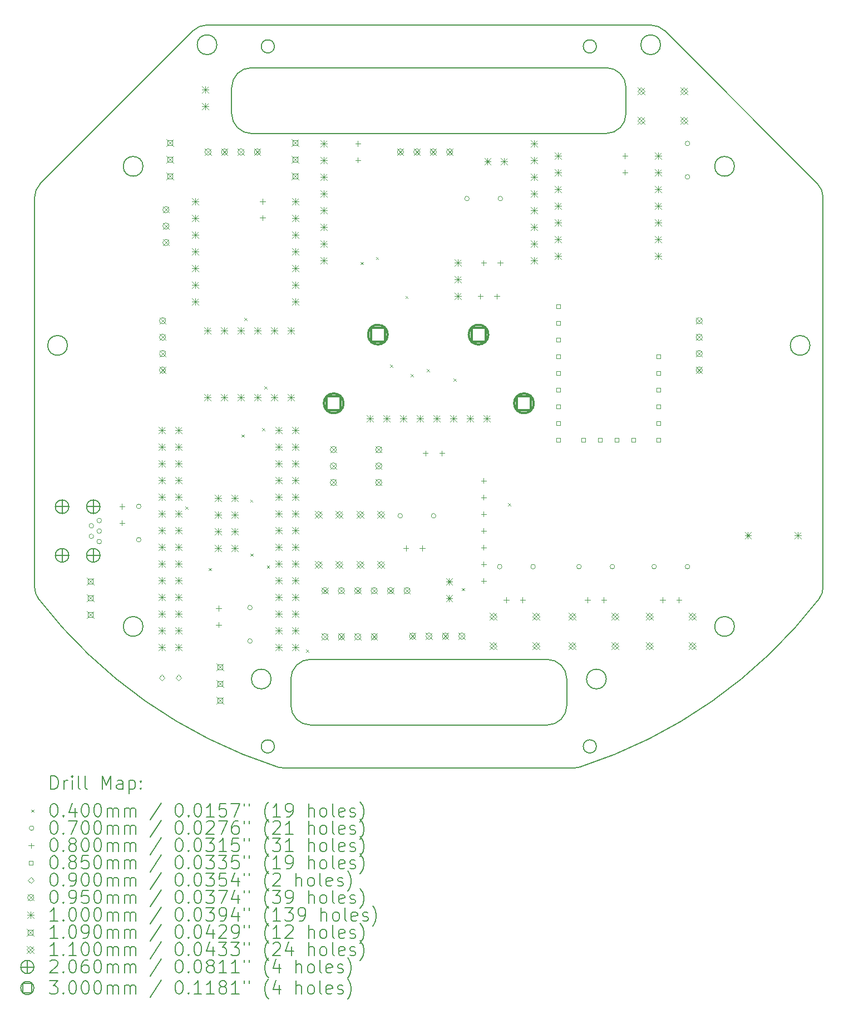
<source format=gbr>
%FSLAX45Y45*%
G04 Gerber Fmt 4.5, Leading zero omitted, Abs format (unit mm)*
G04 Created by KiCad (PCBNEW (6.0.2)) date 2022-03-28 07:25:12*
%MOMM*%
%LPD*%
G01*
G04 APERTURE LIST*
%TA.AperFunction,Profile*%
%ADD10C,0.200000*%
%TD*%
%ADD11C,0.200000*%
%ADD12C,0.040000*%
%ADD13C,0.070000*%
%ADD14C,0.080000*%
%ADD15C,0.085000*%
%ADD16C,0.090000*%
%ADD17C,0.095000*%
%ADD18C,0.100000*%
%ADD19C,0.109000*%
%ADD20C,0.110000*%
%ADD21C,0.206000*%
%ADD22C,0.300000*%
G04 APERTURE END LIST*
D10*
X13578200Y-9148465D02*
G75*
G03*
X13578200Y-9148465I-150000J0D01*
G01*
X21628201Y-4599201D02*
G75*
G03*
X21628201Y-4599201I-100000J0D01*
G01*
X20878201Y-14924201D02*
G75*
G03*
X21178201Y-14624201I0J300000D01*
G01*
X23728200Y-6424201D02*
G75*
G03*
X23728200Y-6424201I-150000J0D01*
G01*
X22666068Y-4362069D02*
X24990332Y-6686333D01*
X15702465Y-4274201D02*
G75*
G03*
X15490332Y-4362069I0J-299999D01*
G01*
X16078200Y-5624201D02*
G75*
G03*
X16378200Y-5924201I300000J0D01*
G01*
X16078200Y-5224201D02*
X16078200Y-5624201D01*
X25078200Y-6898465D02*
G75*
G03*
X24990332Y-6686333I-299999J0D01*
G01*
X21178201Y-14224201D02*
G75*
G03*
X20878201Y-13924201I-300000J0D01*
G01*
X16378200Y-5924201D02*
X21778201Y-5924201D01*
X21778201Y-14224201D02*
G75*
G03*
X21778201Y-14224201I-150000J0D01*
G01*
X15702465Y-4274201D02*
X22453936Y-4274201D01*
X22078201Y-5624201D02*
X22078201Y-5224201D01*
X14728200Y-6424201D02*
G75*
G03*
X14728200Y-6424201I-150000J0D01*
G01*
X13166068Y-6686333D02*
X15490332Y-4362069D01*
X13140700Y-13006350D02*
G75*
G03*
X16782932Y-15564351I5937501J4582150D01*
G01*
X25078200Y-6898465D02*
X25078200Y-12823064D01*
X13078200Y-12823064D02*
G75*
G03*
X13140700Y-13006350I300000J0D01*
G01*
X22078201Y-5224201D02*
G75*
G03*
X21778201Y-4924201I-300000J0D01*
G01*
X16978201Y-14624201D02*
G75*
G03*
X17278201Y-14924201I300000J0D01*
G01*
X17278201Y-13924201D02*
G75*
G03*
X16978201Y-14224201I0J-300000D01*
G01*
X21281658Y-15578745D02*
X16874743Y-15578745D01*
X21178201Y-14224201D02*
X21178201Y-14624201D01*
X17278201Y-13924201D02*
X20878201Y-13924201D01*
X21778201Y-5924201D02*
G75*
G03*
X22078201Y-5624201I0J300000D01*
G01*
X13166068Y-6686333D02*
G75*
G03*
X13078200Y-6898465I212131J-212132D01*
G01*
X21281658Y-15578745D02*
G75*
G03*
X21373469Y-15564351I1J299997D01*
G01*
X21373469Y-15564351D02*
G75*
G03*
X25015700Y-13006350I-2295269J7140151D01*
G01*
X13078200Y-12823064D02*
X13078200Y-6898465D01*
X23728200Y-13424201D02*
G75*
G03*
X23728200Y-13424201I-150000J0D01*
G01*
X16378200Y-4924201D02*
G75*
G03*
X16078200Y-5224201I0J-300000D01*
G01*
X22666068Y-4362069D02*
G75*
G03*
X22453936Y-4274201I-212132J-212131D01*
G01*
X22603936Y-4574201D02*
G75*
G03*
X22603936Y-4574201I-150000J0D01*
G01*
X16728200Y-4599201D02*
G75*
G03*
X16728200Y-4599201I-100000J0D01*
G01*
X15852465Y-4574201D02*
G75*
G03*
X15852465Y-4574201I-150000J0D01*
G01*
X16782932Y-15564351D02*
G75*
G03*
X16874743Y-15578745I91810J285602D01*
G01*
X21628201Y-15249201D02*
G75*
G03*
X21628201Y-15249201I-100000J0D01*
G01*
X25015700Y-13006350D02*
G75*
G03*
X25078200Y-12823064I-237500J183286D01*
G01*
X24878200Y-9148465D02*
G75*
G03*
X24878200Y-9148465I-150000J0D01*
G01*
X16728200Y-15249201D02*
G75*
G03*
X16728200Y-15249201I-100000J0D01*
G01*
X21778201Y-4924201D02*
X16378200Y-4924201D01*
X20878201Y-14924201D02*
X17278201Y-14924201D01*
X16678200Y-14224201D02*
G75*
G03*
X16678200Y-14224201I-150000J0D01*
G01*
X14728200Y-13424201D02*
G75*
G03*
X14728200Y-13424201I-150000J0D01*
G01*
X16978201Y-14624201D02*
X16978201Y-14224201D01*
D11*
D12*
X15372850Y-11598000D02*
X15412850Y-11638000D01*
X15412850Y-11598000D02*
X15372850Y-11638000D01*
X15727350Y-12535770D02*
X15767350Y-12575770D01*
X15767350Y-12535770D02*
X15727350Y-12575770D01*
X16226880Y-10503240D02*
X16266880Y-10543240D01*
X16266880Y-10503240D02*
X16226880Y-10543240D01*
X16271940Y-8727070D02*
X16311940Y-8767070D01*
X16311940Y-8727070D02*
X16271940Y-8767070D01*
X16358270Y-11492970D02*
X16398270Y-11532970D01*
X16398270Y-11492970D02*
X16358270Y-11532970D01*
X16361610Y-12313900D02*
X16401610Y-12353900D01*
X16401610Y-12313900D02*
X16361610Y-12353900D01*
X16539390Y-10407810D02*
X16579390Y-10447810D01*
X16579390Y-10407810D02*
X16539390Y-10447810D01*
X16575040Y-9773450D02*
X16615040Y-9813450D01*
X16615040Y-9773450D02*
X16575040Y-9813450D01*
X16612580Y-12499920D02*
X16652580Y-12539920D01*
X16652580Y-12499920D02*
X16612580Y-12539920D01*
X17212330Y-13776740D02*
X17252330Y-13816740D01*
X17252330Y-13776740D02*
X17212330Y-13816740D01*
X18038360Y-7879530D02*
X18078360Y-7919530D01*
X18078360Y-7879530D02*
X18038360Y-7919530D01*
X18273310Y-7803350D02*
X18313310Y-7843350D01*
X18313310Y-7803350D02*
X18273310Y-7843350D01*
X18487110Y-9438550D02*
X18527110Y-9478550D01*
X18527110Y-9438550D02*
X18487110Y-9478550D01*
X18721470Y-8394910D02*
X18761470Y-8434910D01*
X18761470Y-8394910D02*
X18721470Y-8434910D01*
X18801410Y-9586410D02*
X18841410Y-9626410D01*
X18841410Y-9586410D02*
X18801410Y-9626410D01*
X19048560Y-9511080D02*
X19088560Y-9551080D01*
X19088560Y-9511080D02*
X19048560Y-9551080D01*
X19454460Y-9650840D02*
X19494460Y-9690840D01*
X19494460Y-9650840D02*
X19454460Y-9690840D01*
X19581630Y-12840110D02*
X19621630Y-12880110D01*
X19621630Y-12840110D02*
X19581630Y-12880110D01*
X20282080Y-11550080D02*
X20322080Y-11590080D01*
X20322080Y-11550080D02*
X20282080Y-11590080D01*
D13*
X13977200Y-11892600D02*
G75*
G03*
X13977200Y-11892600I-35000J0D01*
G01*
X13977200Y-12052600D02*
G75*
G03*
X13977200Y-12052600I-35000J0D01*
G01*
X14097200Y-11812600D02*
G75*
G03*
X14097200Y-11812600I-35000J0D01*
G01*
X14097200Y-11972600D02*
G75*
G03*
X14097200Y-11972600I-35000J0D01*
G01*
X14097200Y-12132600D02*
G75*
G03*
X14097200Y-12132600I-35000J0D01*
G01*
X14699200Y-11597470D02*
G75*
G03*
X14699200Y-11597470I-35000J0D01*
G01*
X14699200Y-12105470D02*
G75*
G03*
X14699200Y-12105470I-35000J0D01*
G01*
X16391200Y-13138000D02*
G75*
G03*
X16391200Y-13138000I-35000J0D01*
G01*
X16391200Y-13646000D02*
G75*
G03*
X16391200Y-13646000I-35000J0D01*
G01*
X18677200Y-11741000D02*
G75*
G03*
X18677200Y-11741000I-35000J0D01*
G01*
X19185200Y-11741000D02*
G75*
G03*
X19185200Y-11741000I-35000J0D01*
G01*
X19693200Y-6915000D02*
G75*
G03*
X19693200Y-6915000I-35000J0D01*
G01*
X20191200Y-12513970D02*
G75*
G03*
X20191200Y-12513970I-35000J0D01*
G01*
X20201200Y-6915000D02*
G75*
G03*
X20201200Y-6915000I-35000J0D01*
G01*
X20699200Y-12513970D02*
G75*
G03*
X20699200Y-12513970I-35000J0D01*
G01*
X21397700Y-12513970D02*
G75*
G03*
X21397700Y-12513970I-35000J0D01*
G01*
X21905700Y-12513970D02*
G75*
G03*
X21905700Y-12513970I-35000J0D01*
G01*
X22540700Y-12513970D02*
G75*
G03*
X22540700Y-12513970I-35000J0D01*
G01*
X23048700Y-12513970D02*
G75*
G03*
X23048700Y-12513970I-35000J0D01*
G01*
X23050200Y-6076100D02*
G75*
G03*
X23050200Y-6076100I-35000J0D01*
G01*
X23050200Y-6584100D02*
G75*
G03*
X23050200Y-6584100I-35000J0D01*
G01*
D14*
X14410200Y-11559470D02*
X14410200Y-11639470D01*
X14370200Y-11599470D02*
X14450200Y-11599470D01*
X14410200Y-11809470D02*
X14410200Y-11889470D01*
X14370200Y-11849470D02*
X14450200Y-11849470D01*
X15878200Y-13108470D02*
X15878200Y-13188470D01*
X15838200Y-13148470D02*
X15918200Y-13148470D01*
X15878200Y-13358470D02*
X15878200Y-13438470D01*
X15838200Y-13398470D02*
X15918200Y-13398470D01*
X16547200Y-6918200D02*
X16547200Y-6998200D01*
X16507200Y-6958200D02*
X16587200Y-6958200D01*
X16547200Y-7168200D02*
X16547200Y-7248200D01*
X16507200Y-7208200D02*
X16587200Y-7208200D01*
X17998700Y-6038100D02*
X17998700Y-6118100D01*
X17958700Y-6078100D02*
X18038700Y-6078100D01*
X17998700Y-6288100D02*
X17998700Y-6368100D01*
X17958700Y-6328100D02*
X18038700Y-6328100D01*
X18730200Y-12192470D02*
X18730200Y-12272470D01*
X18690200Y-12232470D02*
X18770200Y-12232470D01*
X18980200Y-12192470D02*
X18980200Y-12272470D01*
X18940200Y-12232470D02*
X19020200Y-12232470D01*
X19027200Y-10748500D02*
X19027200Y-10828500D01*
X18987200Y-10788500D02*
X19067200Y-10788500D01*
X19277200Y-10748500D02*
X19277200Y-10828500D01*
X19237200Y-10788500D02*
X19317200Y-10788500D01*
X19862200Y-8360100D02*
X19862200Y-8440100D01*
X19822200Y-8400100D02*
X19902200Y-8400100D01*
X19912200Y-7852100D02*
X19912200Y-7932100D01*
X19872200Y-7892100D02*
X19952200Y-7892100D01*
X19912700Y-11166970D02*
X19912700Y-11246970D01*
X19872700Y-11206970D02*
X19952700Y-11206970D01*
X19912700Y-11420970D02*
X19912700Y-11500970D01*
X19872700Y-11460970D02*
X19952700Y-11460970D01*
X19912700Y-11674970D02*
X19912700Y-11754970D01*
X19872700Y-11714970D02*
X19952700Y-11714970D01*
X19912700Y-11928970D02*
X19912700Y-12008970D01*
X19872700Y-11968970D02*
X19952700Y-11968970D01*
X19912700Y-12182970D02*
X19912700Y-12262970D01*
X19872700Y-12222970D02*
X19952700Y-12222970D01*
X19912700Y-12436970D02*
X19912700Y-12516970D01*
X19872700Y-12476970D02*
X19952700Y-12476970D01*
X19912700Y-12690970D02*
X19912700Y-12770970D01*
X19872700Y-12730970D02*
X19952700Y-12730970D01*
X20112200Y-8360100D02*
X20112200Y-8440100D01*
X20072200Y-8400100D02*
X20152200Y-8400100D01*
X20162200Y-7852100D02*
X20162200Y-7932100D01*
X20122200Y-7892100D02*
X20202200Y-7892100D01*
X20256200Y-12981970D02*
X20256200Y-13061970D01*
X20216200Y-13021970D02*
X20296200Y-13021970D01*
X20506200Y-12981970D02*
X20506200Y-13061970D01*
X20466200Y-13021970D02*
X20546200Y-13021970D01*
X21491700Y-12981970D02*
X21491700Y-13061970D01*
X21451700Y-13021970D02*
X21531700Y-13021970D01*
X21741700Y-12981970D02*
X21741700Y-13061970D01*
X21701700Y-13021970D02*
X21781700Y-13021970D01*
X22062700Y-6225470D02*
X22062700Y-6305470D01*
X22022700Y-6265470D02*
X22102700Y-6265470D01*
X22062700Y-6475470D02*
X22062700Y-6555470D01*
X22022700Y-6515470D02*
X22102700Y-6515470D01*
X22634700Y-12981970D02*
X22634700Y-13061970D01*
X22594700Y-13021970D02*
X22674700Y-13021970D01*
X22884700Y-12981970D02*
X22884700Y-13061970D01*
X22844700Y-13021970D02*
X22924700Y-13021970D01*
D15*
X21075270Y-8588048D02*
X21075270Y-8527944D01*
X21015166Y-8527944D01*
X21015166Y-8588048D01*
X21075270Y-8588048D01*
X21075270Y-8842048D02*
X21075270Y-8781944D01*
X21015166Y-8781944D01*
X21015166Y-8842048D01*
X21075270Y-8842048D01*
X21075270Y-9096048D02*
X21075270Y-9035944D01*
X21015166Y-9035944D01*
X21015166Y-9096048D01*
X21075270Y-9096048D01*
X21075270Y-9350048D02*
X21075270Y-9289944D01*
X21015166Y-9289944D01*
X21015166Y-9350048D01*
X21075270Y-9350048D01*
X21075270Y-9604048D02*
X21075270Y-9543944D01*
X21015166Y-9543944D01*
X21015166Y-9604048D01*
X21075270Y-9604048D01*
X21075270Y-9858048D02*
X21075270Y-9797944D01*
X21015166Y-9797944D01*
X21015166Y-9858048D01*
X21075270Y-9858048D01*
X21075270Y-10112048D02*
X21075270Y-10051944D01*
X21015166Y-10051944D01*
X21015166Y-10112048D01*
X21075270Y-10112048D01*
X21075270Y-10366048D02*
X21075270Y-10305944D01*
X21015166Y-10305944D01*
X21015166Y-10366048D01*
X21075270Y-10366048D01*
X21075270Y-10620048D02*
X21075270Y-10559944D01*
X21015166Y-10559944D01*
X21015166Y-10620048D01*
X21075270Y-10620048D01*
X21456176Y-10620048D02*
X21456176Y-10559944D01*
X21396072Y-10559944D01*
X21396072Y-10620048D01*
X21456176Y-10620048D01*
X21710430Y-10620048D02*
X21710430Y-10559944D01*
X21650326Y-10559944D01*
X21650326Y-10620048D01*
X21710430Y-10620048D01*
X21964430Y-10620048D02*
X21964430Y-10559944D01*
X21904326Y-10559944D01*
X21904326Y-10620048D01*
X21964430Y-10620048D01*
X22218430Y-10620048D02*
X22218430Y-10559944D01*
X22158326Y-10559944D01*
X22158326Y-10620048D01*
X22218430Y-10620048D01*
X22599270Y-9350048D02*
X22599270Y-9289944D01*
X22539166Y-9289944D01*
X22539166Y-9350048D01*
X22599270Y-9350048D01*
X22599270Y-9604048D02*
X22599270Y-9543944D01*
X22539166Y-9543944D01*
X22539166Y-9604048D01*
X22599270Y-9604048D01*
X22599270Y-9858048D02*
X22599270Y-9797944D01*
X22539166Y-9797944D01*
X22539166Y-9858048D01*
X22599270Y-9858048D01*
X22599270Y-10112048D02*
X22599270Y-10051944D01*
X22539166Y-10051944D01*
X22539166Y-10112048D01*
X22599270Y-10112048D01*
X22599270Y-10366048D02*
X22599270Y-10305944D01*
X22539166Y-10305944D01*
X22539166Y-10366048D01*
X22599270Y-10366048D01*
X22599270Y-10620048D02*
X22599270Y-10559944D01*
X22539166Y-10559944D01*
X22539166Y-10620048D01*
X22599270Y-10620048D01*
D16*
X15014700Y-14249100D02*
X15059700Y-14204100D01*
X15014700Y-14159100D01*
X14969700Y-14204100D01*
X15014700Y-14249100D01*
X15268700Y-14249100D02*
X15313700Y-14204100D01*
X15268700Y-14159100D01*
X15223700Y-14204100D01*
X15268700Y-14249100D01*
D17*
X14979200Y-8725970D02*
X15074200Y-8820970D01*
X15074200Y-8725970D02*
X14979200Y-8820970D01*
X15074200Y-8773470D02*
G75*
G03*
X15074200Y-8773470I-47500J0D01*
G01*
X14979200Y-8975970D02*
X15074200Y-9070970D01*
X15074200Y-8975970D02*
X14979200Y-9070970D01*
X15074200Y-9023470D02*
G75*
G03*
X15074200Y-9023470I-47500J0D01*
G01*
X14979200Y-9225970D02*
X15074200Y-9320970D01*
X15074200Y-9225970D02*
X14979200Y-9320970D01*
X15074200Y-9273470D02*
G75*
G03*
X15074200Y-9273470I-47500J0D01*
G01*
X14979200Y-9475970D02*
X15074200Y-9570970D01*
X15074200Y-9475970D02*
X14979200Y-9570970D01*
X15074200Y-9523470D02*
G75*
G03*
X15074200Y-9523470I-47500J0D01*
G01*
X15030200Y-7035700D02*
X15125200Y-7130700D01*
X15125200Y-7035700D02*
X15030200Y-7130700D01*
X15125200Y-7083200D02*
G75*
G03*
X15125200Y-7083200I-47500J0D01*
G01*
X15030200Y-7285700D02*
X15125200Y-7380700D01*
X15125200Y-7285700D02*
X15030200Y-7380700D01*
X15125200Y-7333200D02*
G75*
G03*
X15125200Y-7333200I-47500J0D01*
G01*
X15030200Y-7535700D02*
X15125200Y-7630700D01*
X15125200Y-7535700D02*
X15030200Y-7630700D01*
X15125200Y-7583200D02*
G75*
G03*
X15125200Y-7583200I-47500J0D01*
G01*
X15671200Y-6157700D02*
X15766200Y-6252700D01*
X15766200Y-6157700D02*
X15671200Y-6252700D01*
X15766200Y-6205200D02*
G75*
G03*
X15766200Y-6205200I-47500J0D01*
G01*
X15921200Y-6157700D02*
X16016200Y-6252700D01*
X16016200Y-6157700D02*
X15921200Y-6252700D01*
X16016200Y-6205200D02*
G75*
G03*
X16016200Y-6205200I-47500J0D01*
G01*
X16171200Y-6157700D02*
X16266200Y-6252700D01*
X16266200Y-6157700D02*
X16171200Y-6252700D01*
X16266200Y-6205200D02*
G75*
G03*
X16266200Y-6205200I-47500J0D01*
G01*
X16421200Y-6157700D02*
X16516200Y-6252700D01*
X16516200Y-6157700D02*
X16421200Y-6252700D01*
X16516200Y-6205200D02*
G75*
G03*
X16516200Y-6205200I-47500J0D01*
G01*
X17449200Y-12832600D02*
X17544200Y-12927600D01*
X17544200Y-12832600D02*
X17449200Y-12927600D01*
X17544200Y-12880100D02*
G75*
G03*
X17544200Y-12880100I-47500J0D01*
G01*
X17449200Y-13532600D02*
X17544200Y-13627600D01*
X17544200Y-13532600D02*
X17449200Y-13627600D01*
X17544200Y-13580100D02*
G75*
G03*
X17544200Y-13580100I-47500J0D01*
G01*
X17578700Y-10685500D02*
X17673700Y-10780500D01*
X17673700Y-10685500D02*
X17578700Y-10780500D01*
X17673700Y-10733000D02*
G75*
G03*
X17673700Y-10733000I-47500J0D01*
G01*
X17578700Y-10935500D02*
X17673700Y-11030500D01*
X17673700Y-10935500D02*
X17578700Y-11030500D01*
X17673700Y-10983000D02*
G75*
G03*
X17673700Y-10983000I-47500J0D01*
G01*
X17578700Y-11185500D02*
X17673700Y-11280500D01*
X17673700Y-11185500D02*
X17578700Y-11280500D01*
X17673700Y-11233000D02*
G75*
G03*
X17673700Y-11233000I-47500J0D01*
G01*
X17699200Y-12832600D02*
X17794200Y-12927600D01*
X17794200Y-12832600D02*
X17699200Y-12927600D01*
X17794200Y-12880100D02*
G75*
G03*
X17794200Y-12880100I-47500J0D01*
G01*
X17699200Y-13532600D02*
X17794200Y-13627600D01*
X17794200Y-13532600D02*
X17699200Y-13627600D01*
X17794200Y-13580100D02*
G75*
G03*
X17794200Y-13580100I-47500J0D01*
G01*
X17949200Y-12832600D02*
X18044200Y-12927600D01*
X18044200Y-12832600D02*
X17949200Y-12927600D01*
X18044200Y-12880100D02*
G75*
G03*
X18044200Y-12880100I-47500J0D01*
G01*
X17949200Y-13532600D02*
X18044200Y-13627600D01*
X18044200Y-13532600D02*
X17949200Y-13627600D01*
X18044200Y-13580100D02*
G75*
G03*
X18044200Y-13580100I-47500J0D01*
G01*
X18199200Y-12832600D02*
X18294200Y-12927600D01*
X18294200Y-12832600D02*
X18199200Y-12927600D01*
X18294200Y-12880100D02*
G75*
G03*
X18294200Y-12880100I-47500J0D01*
G01*
X18199200Y-13532600D02*
X18294200Y-13627600D01*
X18294200Y-13532600D02*
X18199200Y-13627600D01*
X18294200Y-13580100D02*
G75*
G03*
X18294200Y-13580100I-47500J0D01*
G01*
X18268700Y-10685500D02*
X18363700Y-10780500D01*
X18363700Y-10685500D02*
X18268700Y-10780500D01*
X18363700Y-10733000D02*
G75*
G03*
X18363700Y-10733000I-47500J0D01*
G01*
X18268700Y-10935500D02*
X18363700Y-11030500D01*
X18363700Y-10935500D02*
X18268700Y-11030500D01*
X18363700Y-10983000D02*
G75*
G03*
X18363700Y-10983000I-47500J0D01*
G01*
X18268700Y-11185500D02*
X18363700Y-11280500D01*
X18363700Y-11185500D02*
X18268700Y-11280500D01*
X18363700Y-11233000D02*
G75*
G03*
X18363700Y-11233000I-47500J0D01*
G01*
X18449200Y-12832600D02*
X18544200Y-12927600D01*
X18544200Y-12832600D02*
X18449200Y-12927600D01*
X18544200Y-12880100D02*
G75*
G03*
X18544200Y-12880100I-47500J0D01*
G01*
X18598200Y-6157600D02*
X18693200Y-6252600D01*
X18693200Y-6157600D02*
X18598200Y-6252600D01*
X18693200Y-6205100D02*
G75*
G03*
X18693200Y-6205100I-47500J0D01*
G01*
X18699200Y-12832600D02*
X18794200Y-12927600D01*
X18794200Y-12832600D02*
X18699200Y-12927600D01*
X18794200Y-12880100D02*
G75*
G03*
X18794200Y-12880100I-47500J0D01*
G01*
X18782700Y-13523600D02*
X18877700Y-13618600D01*
X18877700Y-13523600D02*
X18782700Y-13618600D01*
X18877700Y-13571100D02*
G75*
G03*
X18877700Y-13571100I-47500J0D01*
G01*
X18848200Y-6157600D02*
X18943200Y-6252600D01*
X18943200Y-6157600D02*
X18848200Y-6252600D01*
X18943200Y-6205100D02*
G75*
G03*
X18943200Y-6205100I-47500J0D01*
G01*
X19032700Y-13523600D02*
X19127700Y-13618600D01*
X19127700Y-13523600D02*
X19032700Y-13618600D01*
X19127700Y-13571100D02*
G75*
G03*
X19127700Y-13571100I-47500J0D01*
G01*
X19098200Y-6157600D02*
X19193200Y-6252600D01*
X19193200Y-6157600D02*
X19098200Y-6252600D01*
X19193200Y-6205100D02*
G75*
G03*
X19193200Y-6205100I-47500J0D01*
G01*
X19282700Y-13523600D02*
X19377700Y-13618600D01*
X19377700Y-13523600D02*
X19282700Y-13618600D01*
X19377700Y-13571100D02*
G75*
G03*
X19377700Y-13571100I-47500J0D01*
G01*
X19348200Y-6157600D02*
X19443200Y-6252600D01*
X19443200Y-6157600D02*
X19348200Y-6252600D01*
X19443200Y-6205100D02*
G75*
G03*
X19443200Y-6205100I-47500J0D01*
G01*
X19532700Y-13523600D02*
X19627700Y-13618600D01*
X19627700Y-13523600D02*
X19532700Y-13618600D01*
X19627700Y-13571100D02*
G75*
G03*
X19627700Y-13571100I-47500J0D01*
G01*
X23145700Y-8725970D02*
X23240700Y-8820970D01*
X23240700Y-8725970D02*
X23145700Y-8820970D01*
X23240700Y-8773470D02*
G75*
G03*
X23240700Y-8773470I-47500J0D01*
G01*
X23145700Y-8975970D02*
X23240700Y-9070970D01*
X23240700Y-8975970D02*
X23145700Y-9070970D01*
X23240700Y-9023470D02*
G75*
G03*
X23240700Y-9023470I-47500J0D01*
G01*
X23145700Y-9225970D02*
X23240700Y-9320970D01*
X23240700Y-9225970D02*
X23145700Y-9320970D01*
X23240700Y-9273470D02*
G75*
G03*
X23240700Y-9273470I-47500J0D01*
G01*
X23145700Y-9475970D02*
X23240700Y-9570970D01*
X23240700Y-9475970D02*
X23145700Y-9570970D01*
X23240700Y-9523470D02*
G75*
G03*
X23240700Y-9523470I-47500J0D01*
G01*
D18*
X14964200Y-10385970D02*
X15064200Y-10485970D01*
X15064200Y-10385970D02*
X14964200Y-10485970D01*
X15014200Y-10385970D02*
X15014200Y-10485970D01*
X14964200Y-10435970D02*
X15064200Y-10435970D01*
X14964200Y-10639970D02*
X15064200Y-10739970D01*
X15064200Y-10639970D02*
X14964200Y-10739970D01*
X15014200Y-10639970D02*
X15014200Y-10739970D01*
X14964200Y-10689970D02*
X15064200Y-10689970D01*
X14964200Y-10893970D02*
X15064200Y-10993970D01*
X15064200Y-10893970D02*
X14964200Y-10993970D01*
X15014200Y-10893970D02*
X15014200Y-10993970D01*
X14964200Y-10943970D02*
X15064200Y-10943970D01*
X14964200Y-11147970D02*
X15064200Y-11247970D01*
X15064200Y-11147970D02*
X14964200Y-11247970D01*
X15014200Y-11147970D02*
X15014200Y-11247970D01*
X14964200Y-11197970D02*
X15064200Y-11197970D01*
X14964200Y-11401970D02*
X15064200Y-11501970D01*
X15064200Y-11401970D02*
X14964200Y-11501970D01*
X15014200Y-11401970D02*
X15014200Y-11501970D01*
X14964200Y-11451970D02*
X15064200Y-11451970D01*
X14964200Y-11655970D02*
X15064200Y-11755970D01*
X15064200Y-11655970D02*
X14964200Y-11755970D01*
X15014200Y-11655970D02*
X15014200Y-11755970D01*
X14964200Y-11705970D02*
X15064200Y-11705970D01*
X14964200Y-11909970D02*
X15064200Y-12009970D01*
X15064200Y-11909970D02*
X14964200Y-12009970D01*
X15014200Y-11909970D02*
X15014200Y-12009970D01*
X14964200Y-11959970D02*
X15064200Y-11959970D01*
X14964200Y-12163970D02*
X15064200Y-12263970D01*
X15064200Y-12163970D02*
X14964200Y-12263970D01*
X15014200Y-12163970D02*
X15014200Y-12263970D01*
X14964200Y-12213970D02*
X15064200Y-12213970D01*
X14964200Y-12417970D02*
X15064200Y-12517970D01*
X15064200Y-12417970D02*
X14964200Y-12517970D01*
X15014200Y-12417970D02*
X15014200Y-12517970D01*
X14964200Y-12467970D02*
X15064200Y-12467970D01*
X14964200Y-12671970D02*
X15064200Y-12771970D01*
X15064200Y-12671970D02*
X14964200Y-12771970D01*
X15014200Y-12671970D02*
X15014200Y-12771970D01*
X14964200Y-12721970D02*
X15064200Y-12721970D01*
X14964200Y-12925970D02*
X15064200Y-13025970D01*
X15064200Y-12925970D02*
X14964200Y-13025970D01*
X15014200Y-12925970D02*
X15014200Y-13025970D01*
X14964200Y-12975970D02*
X15064200Y-12975970D01*
X14964200Y-13179970D02*
X15064200Y-13279970D01*
X15064200Y-13179970D02*
X14964200Y-13279970D01*
X15014200Y-13179970D02*
X15014200Y-13279970D01*
X14964200Y-13229970D02*
X15064200Y-13229970D01*
X14964200Y-13433970D02*
X15064200Y-13533970D01*
X15064200Y-13433970D02*
X14964200Y-13533970D01*
X15014200Y-13433970D02*
X15014200Y-13533970D01*
X14964200Y-13483970D02*
X15064200Y-13483970D01*
X14964200Y-13687970D02*
X15064200Y-13787970D01*
X15064200Y-13687970D02*
X14964200Y-13787970D01*
X15014200Y-13687970D02*
X15014200Y-13787970D01*
X14964200Y-13737970D02*
X15064200Y-13737970D01*
X15218200Y-10385970D02*
X15318200Y-10485970D01*
X15318200Y-10385970D02*
X15218200Y-10485970D01*
X15268200Y-10385970D02*
X15268200Y-10485970D01*
X15218200Y-10435970D02*
X15318200Y-10435970D01*
X15218200Y-10639970D02*
X15318200Y-10739970D01*
X15318200Y-10639970D02*
X15218200Y-10739970D01*
X15268200Y-10639970D02*
X15268200Y-10739970D01*
X15218200Y-10689970D02*
X15318200Y-10689970D01*
X15218200Y-10893970D02*
X15318200Y-10993970D01*
X15318200Y-10893970D02*
X15218200Y-10993970D01*
X15268200Y-10893970D02*
X15268200Y-10993970D01*
X15218200Y-10943970D02*
X15318200Y-10943970D01*
X15218200Y-11147970D02*
X15318200Y-11247970D01*
X15318200Y-11147970D02*
X15218200Y-11247970D01*
X15268200Y-11147970D02*
X15268200Y-11247970D01*
X15218200Y-11197970D02*
X15318200Y-11197970D01*
X15218200Y-11401970D02*
X15318200Y-11501970D01*
X15318200Y-11401970D02*
X15218200Y-11501970D01*
X15268200Y-11401970D02*
X15268200Y-11501970D01*
X15218200Y-11451970D02*
X15318200Y-11451970D01*
X15218200Y-11655970D02*
X15318200Y-11755970D01*
X15318200Y-11655970D02*
X15218200Y-11755970D01*
X15268200Y-11655970D02*
X15268200Y-11755970D01*
X15218200Y-11705970D02*
X15318200Y-11705970D01*
X15218200Y-11909970D02*
X15318200Y-12009970D01*
X15318200Y-11909970D02*
X15218200Y-12009970D01*
X15268200Y-11909970D02*
X15268200Y-12009970D01*
X15218200Y-11959970D02*
X15318200Y-11959970D01*
X15218200Y-12163970D02*
X15318200Y-12263970D01*
X15318200Y-12163970D02*
X15218200Y-12263970D01*
X15268200Y-12163970D02*
X15268200Y-12263970D01*
X15218200Y-12213970D02*
X15318200Y-12213970D01*
X15218200Y-12417970D02*
X15318200Y-12517970D01*
X15318200Y-12417970D02*
X15218200Y-12517970D01*
X15268200Y-12417970D02*
X15268200Y-12517970D01*
X15218200Y-12467970D02*
X15318200Y-12467970D01*
X15218200Y-12671970D02*
X15318200Y-12771970D01*
X15318200Y-12671970D02*
X15218200Y-12771970D01*
X15268200Y-12671970D02*
X15268200Y-12771970D01*
X15218200Y-12721970D02*
X15318200Y-12721970D01*
X15218200Y-12925970D02*
X15318200Y-13025970D01*
X15318200Y-12925970D02*
X15218200Y-13025970D01*
X15268200Y-12925970D02*
X15268200Y-13025970D01*
X15218200Y-12975970D02*
X15318200Y-12975970D01*
X15218200Y-13179970D02*
X15318200Y-13279970D01*
X15318200Y-13179970D02*
X15218200Y-13279970D01*
X15268200Y-13179970D02*
X15268200Y-13279970D01*
X15218200Y-13229970D02*
X15318200Y-13229970D01*
X15218200Y-13433970D02*
X15318200Y-13533970D01*
X15318200Y-13433970D02*
X15218200Y-13533970D01*
X15268200Y-13433970D02*
X15268200Y-13533970D01*
X15218200Y-13483970D02*
X15318200Y-13483970D01*
X15218200Y-13687970D02*
X15318200Y-13787970D01*
X15318200Y-13687970D02*
X15218200Y-13787970D01*
X15268200Y-13687970D02*
X15268200Y-13787970D01*
X15218200Y-13737970D02*
X15318200Y-13737970D01*
X15472200Y-6906200D02*
X15572200Y-7006200D01*
X15572200Y-6906200D02*
X15472200Y-7006200D01*
X15522200Y-6906200D02*
X15522200Y-7006200D01*
X15472200Y-6956200D02*
X15572200Y-6956200D01*
X15472200Y-7160200D02*
X15572200Y-7260200D01*
X15572200Y-7160200D02*
X15472200Y-7260200D01*
X15522200Y-7160200D02*
X15522200Y-7260200D01*
X15472200Y-7210200D02*
X15572200Y-7210200D01*
X15472200Y-7414200D02*
X15572200Y-7514200D01*
X15572200Y-7414200D02*
X15472200Y-7514200D01*
X15522200Y-7414200D02*
X15522200Y-7514200D01*
X15472200Y-7464200D02*
X15572200Y-7464200D01*
X15472200Y-7668200D02*
X15572200Y-7768200D01*
X15572200Y-7668200D02*
X15472200Y-7768200D01*
X15522200Y-7668200D02*
X15522200Y-7768200D01*
X15472200Y-7718200D02*
X15572200Y-7718200D01*
X15472200Y-7922200D02*
X15572200Y-8022200D01*
X15572200Y-7922200D02*
X15472200Y-8022200D01*
X15522200Y-7922200D02*
X15522200Y-8022200D01*
X15472200Y-7972200D02*
X15572200Y-7972200D01*
X15472200Y-8176200D02*
X15572200Y-8276200D01*
X15572200Y-8176200D02*
X15472200Y-8276200D01*
X15522200Y-8176200D02*
X15522200Y-8276200D01*
X15472200Y-8226200D02*
X15572200Y-8226200D01*
X15472200Y-8430200D02*
X15572200Y-8530200D01*
X15572200Y-8430200D02*
X15472200Y-8530200D01*
X15522200Y-8430200D02*
X15522200Y-8530200D01*
X15472200Y-8480200D02*
X15572200Y-8480200D01*
X15628200Y-5209600D02*
X15728200Y-5309600D01*
X15728200Y-5209600D02*
X15628200Y-5309600D01*
X15678200Y-5209600D02*
X15678200Y-5309600D01*
X15628200Y-5259600D02*
X15728200Y-5259600D01*
X15628200Y-5459600D02*
X15728200Y-5559600D01*
X15728200Y-5459600D02*
X15628200Y-5559600D01*
X15678200Y-5459600D02*
X15678200Y-5559600D01*
X15628200Y-5509600D02*
X15728200Y-5509600D01*
X15662700Y-8874700D02*
X15762700Y-8974700D01*
X15762700Y-8874700D02*
X15662700Y-8974700D01*
X15712700Y-8874700D02*
X15712700Y-8974700D01*
X15662700Y-8924700D02*
X15762700Y-8924700D01*
X15662700Y-9890700D02*
X15762700Y-9990700D01*
X15762700Y-9890700D02*
X15662700Y-9990700D01*
X15712700Y-9890700D02*
X15712700Y-9990700D01*
X15662700Y-9940700D02*
X15762700Y-9940700D01*
X15820200Y-11421470D02*
X15920200Y-11521470D01*
X15920200Y-11421470D02*
X15820200Y-11521470D01*
X15870200Y-11421470D02*
X15870200Y-11521470D01*
X15820200Y-11471470D02*
X15920200Y-11471470D01*
X15820200Y-11675470D02*
X15920200Y-11775470D01*
X15920200Y-11675470D02*
X15820200Y-11775470D01*
X15870200Y-11675470D02*
X15870200Y-11775470D01*
X15820200Y-11725470D02*
X15920200Y-11725470D01*
X15820200Y-11929470D02*
X15920200Y-12029470D01*
X15920200Y-11929470D02*
X15820200Y-12029470D01*
X15870200Y-11929470D02*
X15870200Y-12029470D01*
X15820200Y-11979470D02*
X15920200Y-11979470D01*
X15820200Y-12183470D02*
X15920200Y-12283470D01*
X15920200Y-12183470D02*
X15820200Y-12283470D01*
X15870200Y-12183470D02*
X15870200Y-12283470D01*
X15820200Y-12233470D02*
X15920200Y-12233470D01*
X15916700Y-8874700D02*
X16016700Y-8974700D01*
X16016700Y-8874700D02*
X15916700Y-8974700D01*
X15966700Y-8874700D02*
X15966700Y-8974700D01*
X15916700Y-8924700D02*
X16016700Y-8924700D01*
X15916700Y-9890700D02*
X16016700Y-9990700D01*
X16016700Y-9890700D02*
X15916700Y-9990700D01*
X15966700Y-9890700D02*
X15966700Y-9990700D01*
X15916700Y-9940700D02*
X16016700Y-9940700D01*
X16074200Y-11421470D02*
X16174200Y-11521470D01*
X16174200Y-11421470D02*
X16074200Y-11521470D01*
X16124200Y-11421470D02*
X16124200Y-11521470D01*
X16074200Y-11471470D02*
X16174200Y-11471470D01*
X16074200Y-11675470D02*
X16174200Y-11775470D01*
X16174200Y-11675470D02*
X16074200Y-11775470D01*
X16124200Y-11675470D02*
X16124200Y-11775470D01*
X16074200Y-11725470D02*
X16174200Y-11725470D01*
X16074200Y-11929470D02*
X16174200Y-12029470D01*
X16174200Y-11929470D02*
X16074200Y-12029470D01*
X16124200Y-11929470D02*
X16124200Y-12029470D01*
X16074200Y-11979470D02*
X16174200Y-11979470D01*
X16074200Y-12183470D02*
X16174200Y-12283470D01*
X16174200Y-12183470D02*
X16074200Y-12283470D01*
X16124200Y-12183470D02*
X16124200Y-12283470D01*
X16074200Y-12233470D02*
X16174200Y-12233470D01*
X16170700Y-8874700D02*
X16270700Y-8974700D01*
X16270700Y-8874700D02*
X16170700Y-8974700D01*
X16220700Y-8874700D02*
X16220700Y-8974700D01*
X16170700Y-8924700D02*
X16270700Y-8924700D01*
X16170700Y-9890700D02*
X16270700Y-9990700D01*
X16270700Y-9890700D02*
X16170700Y-9990700D01*
X16220700Y-9890700D02*
X16220700Y-9990700D01*
X16170700Y-9940700D02*
X16270700Y-9940700D01*
X16424700Y-8874700D02*
X16524700Y-8974700D01*
X16524700Y-8874700D02*
X16424700Y-8974700D01*
X16474700Y-8874700D02*
X16474700Y-8974700D01*
X16424700Y-8924700D02*
X16524700Y-8924700D01*
X16424700Y-9890700D02*
X16524700Y-9990700D01*
X16524700Y-9890700D02*
X16424700Y-9990700D01*
X16474700Y-9890700D02*
X16474700Y-9990700D01*
X16424700Y-9940700D02*
X16524700Y-9940700D01*
X16678700Y-8874700D02*
X16778700Y-8974700D01*
X16778700Y-8874700D02*
X16678700Y-8974700D01*
X16728700Y-8874700D02*
X16728700Y-8974700D01*
X16678700Y-8924700D02*
X16778700Y-8924700D01*
X16678700Y-9890700D02*
X16778700Y-9990700D01*
X16778700Y-9890700D02*
X16678700Y-9990700D01*
X16728700Y-9890700D02*
X16728700Y-9990700D01*
X16678700Y-9940700D02*
X16778700Y-9940700D01*
X16742200Y-10385970D02*
X16842200Y-10485970D01*
X16842200Y-10385970D02*
X16742200Y-10485970D01*
X16792200Y-10385970D02*
X16792200Y-10485970D01*
X16742200Y-10435970D02*
X16842200Y-10435970D01*
X16742200Y-10639970D02*
X16842200Y-10739970D01*
X16842200Y-10639970D02*
X16742200Y-10739970D01*
X16792200Y-10639970D02*
X16792200Y-10739970D01*
X16742200Y-10689970D02*
X16842200Y-10689970D01*
X16742200Y-10893970D02*
X16842200Y-10993970D01*
X16842200Y-10893970D02*
X16742200Y-10993970D01*
X16792200Y-10893970D02*
X16792200Y-10993970D01*
X16742200Y-10943970D02*
X16842200Y-10943970D01*
X16742200Y-11147970D02*
X16842200Y-11247970D01*
X16842200Y-11147970D02*
X16742200Y-11247970D01*
X16792200Y-11147970D02*
X16792200Y-11247970D01*
X16742200Y-11197970D02*
X16842200Y-11197970D01*
X16742200Y-11401970D02*
X16842200Y-11501970D01*
X16842200Y-11401970D02*
X16742200Y-11501970D01*
X16792200Y-11401970D02*
X16792200Y-11501970D01*
X16742200Y-11451970D02*
X16842200Y-11451970D01*
X16742200Y-11655970D02*
X16842200Y-11755970D01*
X16842200Y-11655970D02*
X16742200Y-11755970D01*
X16792200Y-11655970D02*
X16792200Y-11755970D01*
X16742200Y-11705970D02*
X16842200Y-11705970D01*
X16742200Y-11909970D02*
X16842200Y-12009970D01*
X16842200Y-11909970D02*
X16742200Y-12009970D01*
X16792200Y-11909970D02*
X16792200Y-12009970D01*
X16742200Y-11959970D02*
X16842200Y-11959970D01*
X16742200Y-12163970D02*
X16842200Y-12263970D01*
X16842200Y-12163970D02*
X16742200Y-12263970D01*
X16792200Y-12163970D02*
X16792200Y-12263970D01*
X16742200Y-12213970D02*
X16842200Y-12213970D01*
X16742200Y-12417970D02*
X16842200Y-12517970D01*
X16842200Y-12417970D02*
X16742200Y-12517970D01*
X16792200Y-12417970D02*
X16792200Y-12517970D01*
X16742200Y-12467970D02*
X16842200Y-12467970D01*
X16742200Y-12671970D02*
X16842200Y-12771970D01*
X16842200Y-12671970D02*
X16742200Y-12771970D01*
X16792200Y-12671970D02*
X16792200Y-12771970D01*
X16742200Y-12721970D02*
X16842200Y-12721970D01*
X16742200Y-12925970D02*
X16842200Y-13025970D01*
X16842200Y-12925970D02*
X16742200Y-13025970D01*
X16792200Y-12925970D02*
X16792200Y-13025970D01*
X16742200Y-12975970D02*
X16842200Y-12975970D01*
X16742200Y-13179970D02*
X16842200Y-13279970D01*
X16842200Y-13179970D02*
X16742200Y-13279970D01*
X16792200Y-13179970D02*
X16792200Y-13279970D01*
X16742200Y-13229970D02*
X16842200Y-13229970D01*
X16742200Y-13433970D02*
X16842200Y-13533970D01*
X16842200Y-13433970D02*
X16742200Y-13533970D01*
X16792200Y-13433970D02*
X16792200Y-13533970D01*
X16742200Y-13483970D02*
X16842200Y-13483970D01*
X16742200Y-13687970D02*
X16842200Y-13787970D01*
X16842200Y-13687970D02*
X16742200Y-13787970D01*
X16792200Y-13687970D02*
X16792200Y-13787970D01*
X16742200Y-13737970D02*
X16842200Y-13737970D01*
X16932700Y-8874700D02*
X17032700Y-8974700D01*
X17032700Y-8874700D02*
X16932700Y-8974700D01*
X16982700Y-8874700D02*
X16982700Y-8974700D01*
X16932700Y-8924700D02*
X17032700Y-8924700D01*
X16932700Y-9890700D02*
X17032700Y-9990700D01*
X17032700Y-9890700D02*
X16932700Y-9990700D01*
X16982700Y-9890700D02*
X16982700Y-9990700D01*
X16932700Y-9940700D02*
X17032700Y-9940700D01*
X16996200Y-6906200D02*
X17096200Y-7006200D01*
X17096200Y-6906200D02*
X16996200Y-7006200D01*
X17046200Y-6906200D02*
X17046200Y-7006200D01*
X16996200Y-6956200D02*
X17096200Y-6956200D01*
X16996200Y-7160200D02*
X17096200Y-7260200D01*
X17096200Y-7160200D02*
X16996200Y-7260200D01*
X17046200Y-7160200D02*
X17046200Y-7260200D01*
X16996200Y-7210200D02*
X17096200Y-7210200D01*
X16996200Y-7414200D02*
X17096200Y-7514200D01*
X17096200Y-7414200D02*
X16996200Y-7514200D01*
X17046200Y-7414200D02*
X17046200Y-7514200D01*
X16996200Y-7464200D02*
X17096200Y-7464200D01*
X16996200Y-7668200D02*
X17096200Y-7768200D01*
X17096200Y-7668200D02*
X16996200Y-7768200D01*
X17046200Y-7668200D02*
X17046200Y-7768200D01*
X16996200Y-7718200D02*
X17096200Y-7718200D01*
X16996200Y-7922200D02*
X17096200Y-8022200D01*
X17096200Y-7922200D02*
X16996200Y-8022200D01*
X17046200Y-7922200D02*
X17046200Y-8022200D01*
X16996200Y-7972200D02*
X17096200Y-7972200D01*
X16996200Y-8176200D02*
X17096200Y-8276200D01*
X17096200Y-8176200D02*
X16996200Y-8276200D01*
X17046200Y-8176200D02*
X17046200Y-8276200D01*
X16996200Y-8226200D02*
X17096200Y-8226200D01*
X16996200Y-8430200D02*
X17096200Y-8530200D01*
X17096200Y-8430200D02*
X16996200Y-8530200D01*
X17046200Y-8430200D02*
X17046200Y-8530200D01*
X16996200Y-8480200D02*
X17096200Y-8480200D01*
X16996200Y-10385970D02*
X17096200Y-10485970D01*
X17096200Y-10385970D02*
X16996200Y-10485970D01*
X17046200Y-10385970D02*
X17046200Y-10485970D01*
X16996200Y-10435970D02*
X17096200Y-10435970D01*
X16996200Y-10639970D02*
X17096200Y-10739970D01*
X17096200Y-10639970D02*
X16996200Y-10739970D01*
X17046200Y-10639970D02*
X17046200Y-10739970D01*
X16996200Y-10689970D02*
X17096200Y-10689970D01*
X16996200Y-10893970D02*
X17096200Y-10993970D01*
X17096200Y-10893970D02*
X16996200Y-10993970D01*
X17046200Y-10893970D02*
X17046200Y-10993970D01*
X16996200Y-10943970D02*
X17096200Y-10943970D01*
X16996200Y-11147970D02*
X17096200Y-11247970D01*
X17096200Y-11147970D02*
X16996200Y-11247970D01*
X17046200Y-11147970D02*
X17046200Y-11247970D01*
X16996200Y-11197970D02*
X17096200Y-11197970D01*
X16996200Y-11401970D02*
X17096200Y-11501970D01*
X17096200Y-11401970D02*
X16996200Y-11501970D01*
X17046200Y-11401970D02*
X17046200Y-11501970D01*
X16996200Y-11451970D02*
X17096200Y-11451970D01*
X16996200Y-11655970D02*
X17096200Y-11755970D01*
X17096200Y-11655970D02*
X16996200Y-11755970D01*
X17046200Y-11655970D02*
X17046200Y-11755970D01*
X16996200Y-11705970D02*
X17096200Y-11705970D01*
X16996200Y-11909970D02*
X17096200Y-12009970D01*
X17096200Y-11909970D02*
X16996200Y-12009970D01*
X17046200Y-11909970D02*
X17046200Y-12009970D01*
X16996200Y-11959970D02*
X17096200Y-11959970D01*
X16996200Y-12163970D02*
X17096200Y-12263970D01*
X17096200Y-12163970D02*
X16996200Y-12263970D01*
X17046200Y-12163970D02*
X17046200Y-12263970D01*
X16996200Y-12213970D02*
X17096200Y-12213970D01*
X16996200Y-12417970D02*
X17096200Y-12517970D01*
X17096200Y-12417970D02*
X16996200Y-12517970D01*
X17046200Y-12417970D02*
X17046200Y-12517970D01*
X16996200Y-12467970D02*
X17096200Y-12467970D01*
X16996200Y-12671970D02*
X17096200Y-12771970D01*
X17096200Y-12671970D02*
X16996200Y-12771970D01*
X17046200Y-12671970D02*
X17046200Y-12771970D01*
X16996200Y-12721970D02*
X17096200Y-12721970D01*
X16996200Y-12925970D02*
X17096200Y-13025970D01*
X17096200Y-12925970D02*
X16996200Y-13025970D01*
X17046200Y-12925970D02*
X17046200Y-13025970D01*
X16996200Y-12975970D02*
X17096200Y-12975970D01*
X16996200Y-13179970D02*
X17096200Y-13279970D01*
X17096200Y-13179970D02*
X16996200Y-13279970D01*
X17046200Y-13179970D02*
X17046200Y-13279970D01*
X16996200Y-13229970D02*
X17096200Y-13229970D01*
X16996200Y-13433970D02*
X17096200Y-13533970D01*
X17096200Y-13433970D02*
X16996200Y-13533970D01*
X17046200Y-13433970D02*
X17046200Y-13533970D01*
X16996200Y-13483970D02*
X17096200Y-13483970D01*
X16996200Y-13687970D02*
X17096200Y-13787970D01*
X17096200Y-13687970D02*
X16996200Y-13787970D01*
X17046200Y-13687970D02*
X17046200Y-13787970D01*
X16996200Y-13737970D02*
X17096200Y-13737970D01*
X17428200Y-6029800D02*
X17528200Y-6129800D01*
X17528200Y-6029800D02*
X17428200Y-6129800D01*
X17478200Y-6029800D02*
X17478200Y-6129800D01*
X17428200Y-6079800D02*
X17528200Y-6079800D01*
X17428200Y-6283800D02*
X17528200Y-6383800D01*
X17528200Y-6283800D02*
X17428200Y-6383800D01*
X17478200Y-6283800D02*
X17478200Y-6383800D01*
X17428200Y-6333800D02*
X17528200Y-6333800D01*
X17428200Y-6537800D02*
X17528200Y-6637800D01*
X17528200Y-6537800D02*
X17428200Y-6637800D01*
X17478200Y-6537800D02*
X17478200Y-6637800D01*
X17428200Y-6587800D02*
X17528200Y-6587800D01*
X17428200Y-6791800D02*
X17528200Y-6891800D01*
X17528200Y-6791800D02*
X17428200Y-6891800D01*
X17478200Y-6791800D02*
X17478200Y-6891800D01*
X17428200Y-6841800D02*
X17528200Y-6841800D01*
X17428200Y-7045800D02*
X17528200Y-7145800D01*
X17528200Y-7045800D02*
X17428200Y-7145800D01*
X17478200Y-7045800D02*
X17478200Y-7145800D01*
X17428200Y-7095800D02*
X17528200Y-7095800D01*
X17428200Y-7299800D02*
X17528200Y-7399800D01*
X17528200Y-7299800D02*
X17428200Y-7399800D01*
X17478200Y-7299800D02*
X17478200Y-7399800D01*
X17428200Y-7349800D02*
X17528200Y-7349800D01*
X17428200Y-7553800D02*
X17528200Y-7653800D01*
X17528200Y-7553800D02*
X17428200Y-7653800D01*
X17478200Y-7553800D02*
X17478200Y-7653800D01*
X17428200Y-7603800D02*
X17528200Y-7603800D01*
X17428200Y-7807800D02*
X17528200Y-7907800D01*
X17528200Y-7807800D02*
X17428200Y-7907800D01*
X17478200Y-7807800D02*
X17478200Y-7907800D01*
X17428200Y-7857800D02*
X17528200Y-7857800D01*
X18129700Y-10208200D02*
X18229700Y-10308200D01*
X18229700Y-10208200D02*
X18129700Y-10308200D01*
X18179700Y-10208200D02*
X18179700Y-10308200D01*
X18129700Y-10258200D02*
X18229700Y-10258200D01*
X18383700Y-10208200D02*
X18483700Y-10308200D01*
X18483700Y-10208200D02*
X18383700Y-10308200D01*
X18433700Y-10208200D02*
X18433700Y-10308200D01*
X18383700Y-10258200D02*
X18483700Y-10258200D01*
X18637700Y-10208200D02*
X18737700Y-10308200D01*
X18737700Y-10208200D02*
X18637700Y-10308200D01*
X18687700Y-10208200D02*
X18687700Y-10308200D01*
X18637700Y-10258200D02*
X18737700Y-10258200D01*
X18891700Y-10208200D02*
X18991700Y-10308200D01*
X18991700Y-10208200D02*
X18891700Y-10308200D01*
X18941700Y-10208200D02*
X18941700Y-10308200D01*
X18891700Y-10258200D02*
X18991700Y-10258200D01*
X19145700Y-10208200D02*
X19245700Y-10308200D01*
X19245700Y-10208200D02*
X19145700Y-10308200D01*
X19195700Y-10208200D02*
X19195700Y-10308200D01*
X19145700Y-10258200D02*
X19245700Y-10258200D01*
X19338600Y-12692470D02*
X19438600Y-12792470D01*
X19438600Y-12692470D02*
X19338600Y-12792470D01*
X19388600Y-12692470D02*
X19388600Y-12792470D01*
X19338600Y-12742470D02*
X19438600Y-12742470D01*
X19338600Y-12942470D02*
X19438600Y-13042470D01*
X19438600Y-12942470D02*
X19338600Y-13042470D01*
X19388600Y-12942470D02*
X19388600Y-13042470D01*
X19338600Y-12992470D02*
X19438600Y-12992470D01*
X19399700Y-10208200D02*
X19499700Y-10308200D01*
X19499700Y-10208200D02*
X19399700Y-10308200D01*
X19449700Y-10208200D02*
X19449700Y-10308200D01*
X19399700Y-10258200D02*
X19499700Y-10258200D01*
X19468200Y-7841700D02*
X19568200Y-7941700D01*
X19568200Y-7841700D02*
X19468200Y-7941700D01*
X19518200Y-7841700D02*
X19518200Y-7941700D01*
X19468200Y-7891700D02*
X19568200Y-7891700D01*
X19468200Y-8095700D02*
X19568200Y-8195700D01*
X19568200Y-8095700D02*
X19468200Y-8195700D01*
X19518200Y-8095700D02*
X19518200Y-8195700D01*
X19468200Y-8145700D02*
X19568200Y-8145700D01*
X19468200Y-8349700D02*
X19568200Y-8449700D01*
X19568200Y-8349700D02*
X19468200Y-8449700D01*
X19518200Y-8349700D02*
X19518200Y-8449700D01*
X19468200Y-8399700D02*
X19568200Y-8399700D01*
X19653700Y-10208200D02*
X19753700Y-10308200D01*
X19753700Y-10208200D02*
X19653700Y-10308200D01*
X19703700Y-10208200D02*
X19703700Y-10308200D01*
X19653700Y-10258200D02*
X19753700Y-10258200D01*
X19907700Y-10208200D02*
X20007700Y-10308200D01*
X20007700Y-10208200D02*
X19907700Y-10308200D01*
X19957700Y-10208200D02*
X19957700Y-10308200D01*
X19907700Y-10258200D02*
X20007700Y-10258200D01*
X19923200Y-6302100D02*
X20023200Y-6402100D01*
X20023200Y-6302100D02*
X19923200Y-6402100D01*
X19973200Y-6302100D02*
X19973200Y-6402100D01*
X19923200Y-6352100D02*
X20023200Y-6352100D01*
X20173200Y-6302100D02*
X20273200Y-6402100D01*
X20273200Y-6302100D02*
X20173200Y-6402100D01*
X20223200Y-6302100D02*
X20223200Y-6402100D01*
X20173200Y-6352100D02*
X20273200Y-6352100D01*
X20628200Y-6029800D02*
X20728200Y-6129800D01*
X20728200Y-6029800D02*
X20628200Y-6129800D01*
X20678200Y-6029800D02*
X20678200Y-6129800D01*
X20628200Y-6079800D02*
X20728200Y-6079800D01*
X20628200Y-6283800D02*
X20728200Y-6383800D01*
X20728200Y-6283800D02*
X20628200Y-6383800D01*
X20678200Y-6283800D02*
X20678200Y-6383800D01*
X20628200Y-6333800D02*
X20728200Y-6333800D01*
X20628200Y-6537800D02*
X20728200Y-6637800D01*
X20728200Y-6537800D02*
X20628200Y-6637800D01*
X20678200Y-6537800D02*
X20678200Y-6637800D01*
X20628200Y-6587800D02*
X20728200Y-6587800D01*
X20628200Y-6791800D02*
X20728200Y-6891800D01*
X20728200Y-6791800D02*
X20628200Y-6891800D01*
X20678200Y-6791800D02*
X20678200Y-6891800D01*
X20628200Y-6841800D02*
X20728200Y-6841800D01*
X20628200Y-7045800D02*
X20728200Y-7145800D01*
X20728200Y-7045800D02*
X20628200Y-7145800D01*
X20678200Y-7045800D02*
X20678200Y-7145800D01*
X20628200Y-7095800D02*
X20728200Y-7095800D01*
X20628200Y-7299800D02*
X20728200Y-7399800D01*
X20728200Y-7299800D02*
X20628200Y-7399800D01*
X20678200Y-7299800D02*
X20678200Y-7399800D01*
X20628200Y-7349800D02*
X20728200Y-7349800D01*
X20628200Y-7553800D02*
X20728200Y-7653800D01*
X20728200Y-7553800D02*
X20628200Y-7653800D01*
X20678200Y-7553800D02*
X20678200Y-7653800D01*
X20628200Y-7603800D02*
X20728200Y-7603800D01*
X20628200Y-7807800D02*
X20728200Y-7907800D01*
X20728200Y-7807800D02*
X20628200Y-7907800D01*
X20678200Y-7807800D02*
X20678200Y-7907800D01*
X20628200Y-7857800D02*
X20728200Y-7857800D01*
X20996700Y-6213470D02*
X21096700Y-6313470D01*
X21096700Y-6213470D02*
X20996700Y-6313470D01*
X21046700Y-6213470D02*
X21046700Y-6313470D01*
X20996700Y-6263470D02*
X21096700Y-6263470D01*
X20996700Y-6467470D02*
X21096700Y-6567470D01*
X21096700Y-6467470D02*
X20996700Y-6567470D01*
X21046700Y-6467470D02*
X21046700Y-6567470D01*
X20996700Y-6517470D02*
X21096700Y-6517470D01*
X20996700Y-6721470D02*
X21096700Y-6821470D01*
X21096700Y-6721470D02*
X20996700Y-6821470D01*
X21046700Y-6721470D02*
X21046700Y-6821470D01*
X20996700Y-6771470D02*
X21096700Y-6771470D01*
X20996700Y-6975470D02*
X21096700Y-7075470D01*
X21096700Y-6975470D02*
X20996700Y-7075470D01*
X21046700Y-6975470D02*
X21046700Y-7075470D01*
X20996700Y-7025470D02*
X21096700Y-7025470D01*
X20996700Y-7229470D02*
X21096700Y-7329470D01*
X21096700Y-7229470D02*
X20996700Y-7329470D01*
X21046700Y-7229470D02*
X21046700Y-7329470D01*
X20996700Y-7279470D02*
X21096700Y-7279470D01*
X20996700Y-7483470D02*
X21096700Y-7583470D01*
X21096700Y-7483470D02*
X20996700Y-7583470D01*
X21046700Y-7483470D02*
X21046700Y-7583470D01*
X20996700Y-7533470D02*
X21096700Y-7533470D01*
X20996700Y-7737470D02*
X21096700Y-7837470D01*
X21096700Y-7737470D02*
X20996700Y-7837470D01*
X21046700Y-7737470D02*
X21046700Y-7837470D01*
X20996700Y-7787470D02*
X21096700Y-7787470D01*
X22520700Y-6213470D02*
X22620700Y-6313470D01*
X22620700Y-6213470D02*
X22520700Y-6313470D01*
X22570700Y-6213470D02*
X22570700Y-6313470D01*
X22520700Y-6263470D02*
X22620700Y-6263470D01*
X22520700Y-6467470D02*
X22620700Y-6567470D01*
X22620700Y-6467470D02*
X22520700Y-6567470D01*
X22570700Y-6467470D02*
X22570700Y-6567470D01*
X22520700Y-6517470D02*
X22620700Y-6517470D01*
X22520700Y-6721470D02*
X22620700Y-6821470D01*
X22620700Y-6721470D02*
X22520700Y-6821470D01*
X22570700Y-6721470D02*
X22570700Y-6821470D01*
X22520700Y-6771470D02*
X22620700Y-6771470D01*
X22520700Y-6975470D02*
X22620700Y-7075470D01*
X22620700Y-6975470D02*
X22520700Y-7075470D01*
X22570700Y-6975470D02*
X22570700Y-7075470D01*
X22520700Y-7025470D02*
X22620700Y-7025470D01*
X22520700Y-7229470D02*
X22620700Y-7329470D01*
X22620700Y-7229470D02*
X22520700Y-7329470D01*
X22570700Y-7229470D02*
X22570700Y-7329470D01*
X22520700Y-7279470D02*
X22620700Y-7279470D01*
X22520700Y-7483470D02*
X22620700Y-7583470D01*
X22620700Y-7483470D02*
X22520700Y-7583470D01*
X22570700Y-7483470D02*
X22570700Y-7583470D01*
X22520700Y-7533470D02*
X22620700Y-7533470D01*
X22520700Y-7737470D02*
X22620700Y-7837470D01*
X22620700Y-7737470D02*
X22520700Y-7837470D01*
X22570700Y-7737470D02*
X22570700Y-7837470D01*
X22520700Y-7787470D02*
X22620700Y-7787470D01*
X23885200Y-11991970D02*
X23985200Y-12091970D01*
X23985200Y-11991970D02*
X23885200Y-12091970D01*
X23935200Y-11991970D02*
X23935200Y-12091970D01*
X23885200Y-12041970D02*
X23985200Y-12041970D01*
X24645200Y-11991970D02*
X24745200Y-12091970D01*
X24745200Y-11991970D02*
X24645200Y-12091970D01*
X24695200Y-11991970D02*
X24695200Y-12091970D01*
X24645200Y-12041970D02*
X24745200Y-12041970D01*
D19*
X13875700Y-12685970D02*
X13984700Y-12794970D01*
X13984700Y-12685970D02*
X13875700Y-12794970D01*
X13968738Y-12779008D02*
X13968738Y-12701932D01*
X13891662Y-12701932D01*
X13891662Y-12779008D01*
X13968738Y-12779008D01*
X13875700Y-12939970D02*
X13984700Y-13048970D01*
X13984700Y-12939970D02*
X13875700Y-13048970D01*
X13968738Y-13033008D02*
X13968738Y-12955932D01*
X13891662Y-12955932D01*
X13891662Y-13033008D01*
X13968738Y-13033008D01*
X13875700Y-13193970D02*
X13984700Y-13302970D01*
X13984700Y-13193970D02*
X13875700Y-13302970D01*
X13968738Y-13287008D02*
X13968738Y-13209932D01*
X13891662Y-13209932D01*
X13891662Y-13287008D01*
X13968738Y-13287008D01*
X15086700Y-6012700D02*
X15195700Y-6121700D01*
X15195700Y-6012700D02*
X15086700Y-6121700D01*
X15179738Y-6105738D02*
X15179738Y-6028662D01*
X15102662Y-6028662D01*
X15102662Y-6105738D01*
X15179738Y-6105738D01*
X15086700Y-6266700D02*
X15195700Y-6375700D01*
X15195700Y-6266700D02*
X15086700Y-6375700D01*
X15179738Y-6359738D02*
X15179738Y-6282662D01*
X15102662Y-6282662D01*
X15102662Y-6359738D01*
X15179738Y-6359738D01*
X15086700Y-6520700D02*
X15195700Y-6629700D01*
X15195700Y-6520700D02*
X15086700Y-6629700D01*
X15179738Y-6613738D02*
X15179738Y-6536662D01*
X15102662Y-6536662D01*
X15102662Y-6613738D01*
X15179738Y-6613738D01*
X15848700Y-13989970D02*
X15957700Y-14098970D01*
X15957700Y-13989970D02*
X15848700Y-14098970D01*
X15941738Y-14083008D02*
X15941738Y-14005932D01*
X15864662Y-14005932D01*
X15864662Y-14083008D01*
X15941738Y-14083008D01*
X15848700Y-14243970D02*
X15957700Y-14352970D01*
X15957700Y-14243970D02*
X15848700Y-14352970D01*
X15941738Y-14337008D02*
X15941738Y-14259932D01*
X15864662Y-14259932D01*
X15864662Y-14337008D01*
X15941738Y-14337008D01*
X15848700Y-14497970D02*
X15957700Y-14606970D01*
X15957700Y-14497970D02*
X15848700Y-14606970D01*
X15941738Y-14591008D02*
X15941738Y-14513932D01*
X15864662Y-14513932D01*
X15864662Y-14591008D01*
X15941738Y-14591008D01*
X16991700Y-6012700D02*
X17100700Y-6121700D01*
X17100700Y-6012700D02*
X16991700Y-6121700D01*
X17084738Y-6105738D02*
X17084738Y-6028662D01*
X17007662Y-6028662D01*
X17007662Y-6105738D01*
X17084738Y-6105738D01*
X16991700Y-6266700D02*
X17100700Y-6375700D01*
X17100700Y-6266700D02*
X16991700Y-6375700D01*
X17084738Y-6359738D02*
X17084738Y-6282662D01*
X17007662Y-6282662D01*
X17007662Y-6359738D01*
X17084738Y-6359738D01*
X16991700Y-6520700D02*
X17100700Y-6629700D01*
X17100700Y-6520700D02*
X16991700Y-6629700D01*
X17084738Y-6613738D02*
X17084738Y-6536662D01*
X17007662Y-6536662D01*
X17007662Y-6613738D01*
X17084738Y-6613738D01*
D20*
X17341700Y-11663100D02*
X17451700Y-11773100D01*
X17451700Y-11663100D02*
X17341700Y-11773100D01*
X17396700Y-11773100D02*
X17451700Y-11718100D01*
X17396700Y-11663100D01*
X17341700Y-11718100D01*
X17396700Y-11773100D01*
X17341700Y-12425100D02*
X17451700Y-12535100D01*
X17451700Y-12425100D02*
X17341700Y-12535100D01*
X17396700Y-12535100D02*
X17451700Y-12480100D01*
X17396700Y-12425100D01*
X17341700Y-12480100D01*
X17396700Y-12535100D01*
X17659200Y-11663100D02*
X17769200Y-11773100D01*
X17769200Y-11663100D02*
X17659200Y-11773100D01*
X17714200Y-11773100D02*
X17769200Y-11718100D01*
X17714200Y-11663100D01*
X17659200Y-11718100D01*
X17714200Y-11773100D01*
X17659200Y-12425100D02*
X17769200Y-12535100D01*
X17769200Y-12425100D02*
X17659200Y-12535100D01*
X17714200Y-12535100D02*
X17769200Y-12480100D01*
X17714200Y-12425100D01*
X17659200Y-12480100D01*
X17714200Y-12535100D01*
X17976700Y-11663100D02*
X18086700Y-11773100D01*
X18086700Y-11663100D02*
X17976700Y-11773100D01*
X18031700Y-11773100D02*
X18086700Y-11718100D01*
X18031700Y-11663100D01*
X17976700Y-11718100D01*
X18031700Y-11773100D01*
X17976700Y-12425100D02*
X18086700Y-12535100D01*
X18086700Y-12425100D02*
X17976700Y-12535100D01*
X18031700Y-12535100D02*
X18086700Y-12480100D01*
X18031700Y-12425100D01*
X17976700Y-12480100D01*
X18031700Y-12535100D01*
X18294200Y-11663100D02*
X18404200Y-11773100D01*
X18404200Y-11663100D02*
X18294200Y-11773100D01*
X18349200Y-11773100D02*
X18404200Y-11718100D01*
X18349200Y-11663100D01*
X18294200Y-11718100D01*
X18349200Y-11773100D01*
X18294200Y-12425100D02*
X18404200Y-12535100D01*
X18404200Y-12425100D02*
X18294200Y-12535100D01*
X18349200Y-12535100D02*
X18404200Y-12480100D01*
X18349200Y-12425100D01*
X18294200Y-12480100D01*
X18349200Y-12535100D01*
X20007000Y-13216600D02*
X20117000Y-13326600D01*
X20117000Y-13216600D02*
X20007000Y-13326600D01*
X20062000Y-13326600D02*
X20117000Y-13271600D01*
X20062000Y-13216600D01*
X20007000Y-13271600D01*
X20062000Y-13326600D01*
X20007000Y-13666600D02*
X20117000Y-13776600D01*
X20117000Y-13666600D02*
X20007000Y-13776600D01*
X20062000Y-13776600D02*
X20117000Y-13721600D01*
X20062000Y-13666600D01*
X20007000Y-13721600D01*
X20062000Y-13776600D01*
X20657000Y-13216600D02*
X20767000Y-13326600D01*
X20767000Y-13216600D02*
X20657000Y-13326600D01*
X20712000Y-13326600D02*
X20767000Y-13271600D01*
X20712000Y-13216600D01*
X20657000Y-13271600D01*
X20712000Y-13326600D01*
X20657000Y-13666600D02*
X20767000Y-13776600D01*
X20767000Y-13666600D02*
X20657000Y-13776600D01*
X20712000Y-13776600D02*
X20767000Y-13721600D01*
X20712000Y-13666600D01*
X20657000Y-13721600D01*
X20712000Y-13776600D01*
X21207000Y-13216600D02*
X21317000Y-13326600D01*
X21317000Y-13216600D02*
X21207000Y-13326600D01*
X21262000Y-13326600D02*
X21317000Y-13271600D01*
X21262000Y-13216600D01*
X21207000Y-13271600D01*
X21262000Y-13326600D01*
X21207000Y-13666600D02*
X21317000Y-13776600D01*
X21317000Y-13666600D02*
X21207000Y-13776600D01*
X21262000Y-13776600D02*
X21317000Y-13721600D01*
X21262000Y-13666600D01*
X21207000Y-13721600D01*
X21262000Y-13776600D01*
X21857000Y-13216600D02*
X21967000Y-13326600D01*
X21967000Y-13216600D02*
X21857000Y-13326600D01*
X21912000Y-13326600D02*
X21967000Y-13271600D01*
X21912000Y-13216600D01*
X21857000Y-13271600D01*
X21912000Y-13326600D01*
X21857000Y-13666600D02*
X21967000Y-13776600D01*
X21967000Y-13666600D02*
X21857000Y-13776600D01*
X21912000Y-13776600D02*
X21967000Y-13721600D01*
X21912000Y-13666600D01*
X21857000Y-13721600D01*
X21912000Y-13776600D01*
X22254200Y-5224600D02*
X22364200Y-5334600D01*
X22364200Y-5224600D02*
X22254200Y-5334600D01*
X22309200Y-5334600D02*
X22364200Y-5279600D01*
X22309200Y-5224600D01*
X22254200Y-5279600D01*
X22309200Y-5334600D01*
X22254200Y-5674600D02*
X22364200Y-5784600D01*
X22364200Y-5674600D02*
X22254200Y-5784600D01*
X22309200Y-5784600D02*
X22364200Y-5729600D01*
X22309200Y-5674600D01*
X22254200Y-5729600D01*
X22309200Y-5784600D01*
X22381200Y-13216600D02*
X22491200Y-13326600D01*
X22491200Y-13216600D02*
X22381200Y-13326600D01*
X22436200Y-13326600D02*
X22491200Y-13271600D01*
X22436200Y-13216600D01*
X22381200Y-13271600D01*
X22436200Y-13326600D01*
X22381200Y-13666600D02*
X22491200Y-13776600D01*
X22491200Y-13666600D02*
X22381200Y-13776600D01*
X22436200Y-13776600D02*
X22491200Y-13721600D01*
X22436200Y-13666600D01*
X22381200Y-13721600D01*
X22436200Y-13776600D01*
X22904200Y-5224600D02*
X23014200Y-5334600D01*
X23014200Y-5224600D02*
X22904200Y-5334600D01*
X22959200Y-5334600D02*
X23014200Y-5279600D01*
X22959200Y-5224600D01*
X22904200Y-5279600D01*
X22959200Y-5334600D01*
X22904200Y-5674600D02*
X23014200Y-5784600D01*
X23014200Y-5674600D02*
X22904200Y-5784600D01*
X22959200Y-5784600D02*
X23014200Y-5729600D01*
X22959200Y-5674600D01*
X22904200Y-5729600D01*
X22959200Y-5784600D01*
X23031200Y-13216600D02*
X23141200Y-13326600D01*
X23141200Y-13216600D02*
X23031200Y-13326600D01*
X23086200Y-13326600D02*
X23141200Y-13271600D01*
X23086200Y-13216600D01*
X23031200Y-13271600D01*
X23086200Y-13326600D01*
X23031200Y-13666600D02*
X23141200Y-13776600D01*
X23141200Y-13666600D02*
X23031200Y-13776600D01*
X23086200Y-13776600D02*
X23141200Y-13721600D01*
X23086200Y-13666600D01*
X23031200Y-13721600D01*
X23086200Y-13776600D01*
D21*
X13497200Y-11499600D02*
X13497200Y-11705600D01*
X13394200Y-11602600D02*
X13600200Y-11602600D01*
X13600200Y-11602600D02*
G75*
G03*
X13600200Y-11602600I-103000J0D01*
G01*
X13497200Y-12239600D02*
X13497200Y-12445600D01*
X13394200Y-12342600D02*
X13600200Y-12342600D01*
X13600200Y-12342600D02*
G75*
G03*
X13600200Y-12342600I-103000J0D01*
G01*
X13972200Y-11499600D02*
X13972200Y-11705600D01*
X13869200Y-11602600D02*
X14075200Y-11602600D01*
X14075200Y-11602600D02*
G75*
G03*
X14075200Y-11602600I-103000J0D01*
G01*
X13972200Y-12239600D02*
X13972200Y-12445600D01*
X13869200Y-12342600D02*
X14075200Y-12342600D01*
X14075200Y-12342600D02*
G75*
G03*
X14075200Y-12342600I-103000J0D01*
G01*
D22*
X17736467Y-10135567D02*
X17736467Y-9923433D01*
X17524333Y-9923433D01*
X17524333Y-10135567D01*
X17736467Y-10135567D01*
X17780400Y-10029500D02*
G75*
G03*
X17780400Y-10029500I-150000J0D01*
G01*
X18408767Y-9090267D02*
X18408767Y-8878133D01*
X18196633Y-8878133D01*
X18196633Y-9090267D01*
X18408767Y-9090267D01*
X18452700Y-8984200D02*
G75*
G03*
X18452700Y-8984200I-150000J0D01*
G01*
X19940767Y-9090267D02*
X19940767Y-8878133D01*
X19728633Y-8878133D01*
X19728633Y-9090267D01*
X19940767Y-9090267D01*
X19984700Y-8984200D02*
G75*
G03*
X19984700Y-8984200I-150000J0D01*
G01*
X20632067Y-10135567D02*
X20632067Y-9923433D01*
X20419933Y-9923433D01*
X20419933Y-10135567D01*
X20632067Y-10135567D01*
X20676000Y-10029500D02*
G75*
G03*
X20676000Y-10029500I-150000J0D01*
G01*
D11*
X13325819Y-15899221D02*
X13325819Y-15699221D01*
X13373438Y-15699221D01*
X13402010Y-15708745D01*
X13421058Y-15727793D01*
X13430581Y-15746840D01*
X13440105Y-15784935D01*
X13440105Y-15813507D01*
X13430581Y-15851602D01*
X13421058Y-15870650D01*
X13402010Y-15889697D01*
X13373438Y-15899221D01*
X13325819Y-15899221D01*
X13525819Y-15899221D02*
X13525819Y-15765888D01*
X13525819Y-15803983D02*
X13535343Y-15784935D01*
X13544867Y-15775412D01*
X13563915Y-15765888D01*
X13582962Y-15765888D01*
X13649629Y-15899221D02*
X13649629Y-15765888D01*
X13649629Y-15699221D02*
X13640105Y-15708745D01*
X13649629Y-15718269D01*
X13659153Y-15708745D01*
X13649629Y-15699221D01*
X13649629Y-15718269D01*
X13773438Y-15899221D02*
X13754391Y-15889697D01*
X13744867Y-15870650D01*
X13744867Y-15699221D01*
X13878200Y-15899221D02*
X13859153Y-15889697D01*
X13849629Y-15870650D01*
X13849629Y-15699221D01*
X14106772Y-15899221D02*
X14106772Y-15699221D01*
X14173438Y-15842078D01*
X14240105Y-15699221D01*
X14240105Y-15899221D01*
X14421058Y-15899221D02*
X14421058Y-15794459D01*
X14411534Y-15775412D01*
X14392486Y-15765888D01*
X14354391Y-15765888D01*
X14335343Y-15775412D01*
X14421058Y-15889697D02*
X14402010Y-15899221D01*
X14354391Y-15899221D01*
X14335343Y-15889697D01*
X14325819Y-15870650D01*
X14325819Y-15851602D01*
X14335343Y-15832554D01*
X14354391Y-15823031D01*
X14402010Y-15823031D01*
X14421058Y-15813507D01*
X14516296Y-15765888D02*
X14516296Y-15965888D01*
X14516296Y-15775412D02*
X14535343Y-15765888D01*
X14573438Y-15765888D01*
X14592486Y-15775412D01*
X14602010Y-15784935D01*
X14611534Y-15803983D01*
X14611534Y-15861126D01*
X14602010Y-15880173D01*
X14592486Y-15889697D01*
X14573438Y-15899221D01*
X14535343Y-15899221D01*
X14516296Y-15889697D01*
X14697248Y-15880173D02*
X14706772Y-15889697D01*
X14697248Y-15899221D01*
X14687724Y-15889697D01*
X14697248Y-15880173D01*
X14697248Y-15899221D01*
X14697248Y-15775412D02*
X14706772Y-15784935D01*
X14697248Y-15794459D01*
X14687724Y-15784935D01*
X14697248Y-15775412D01*
X14697248Y-15794459D01*
D12*
X13028200Y-16208745D02*
X13068200Y-16248745D01*
X13068200Y-16208745D02*
X13028200Y-16248745D01*
D11*
X13363915Y-16119221D02*
X13382962Y-16119221D01*
X13402010Y-16128745D01*
X13411534Y-16138269D01*
X13421058Y-16157316D01*
X13430581Y-16195412D01*
X13430581Y-16243031D01*
X13421058Y-16281126D01*
X13411534Y-16300173D01*
X13402010Y-16309697D01*
X13382962Y-16319221D01*
X13363915Y-16319221D01*
X13344867Y-16309697D01*
X13335343Y-16300173D01*
X13325819Y-16281126D01*
X13316296Y-16243031D01*
X13316296Y-16195412D01*
X13325819Y-16157316D01*
X13335343Y-16138269D01*
X13344867Y-16128745D01*
X13363915Y-16119221D01*
X13516296Y-16300173D02*
X13525819Y-16309697D01*
X13516296Y-16319221D01*
X13506772Y-16309697D01*
X13516296Y-16300173D01*
X13516296Y-16319221D01*
X13697248Y-16185888D02*
X13697248Y-16319221D01*
X13649629Y-16109697D02*
X13602010Y-16252554D01*
X13725819Y-16252554D01*
X13840105Y-16119221D02*
X13859153Y-16119221D01*
X13878200Y-16128745D01*
X13887724Y-16138269D01*
X13897248Y-16157316D01*
X13906772Y-16195412D01*
X13906772Y-16243031D01*
X13897248Y-16281126D01*
X13887724Y-16300173D01*
X13878200Y-16309697D01*
X13859153Y-16319221D01*
X13840105Y-16319221D01*
X13821058Y-16309697D01*
X13811534Y-16300173D01*
X13802010Y-16281126D01*
X13792486Y-16243031D01*
X13792486Y-16195412D01*
X13802010Y-16157316D01*
X13811534Y-16138269D01*
X13821058Y-16128745D01*
X13840105Y-16119221D01*
X14030581Y-16119221D02*
X14049629Y-16119221D01*
X14068677Y-16128745D01*
X14078200Y-16138269D01*
X14087724Y-16157316D01*
X14097248Y-16195412D01*
X14097248Y-16243031D01*
X14087724Y-16281126D01*
X14078200Y-16300173D01*
X14068677Y-16309697D01*
X14049629Y-16319221D01*
X14030581Y-16319221D01*
X14011534Y-16309697D01*
X14002010Y-16300173D01*
X13992486Y-16281126D01*
X13982962Y-16243031D01*
X13982962Y-16195412D01*
X13992486Y-16157316D01*
X14002010Y-16138269D01*
X14011534Y-16128745D01*
X14030581Y-16119221D01*
X14182962Y-16319221D02*
X14182962Y-16185888D01*
X14182962Y-16204935D02*
X14192486Y-16195412D01*
X14211534Y-16185888D01*
X14240105Y-16185888D01*
X14259153Y-16195412D01*
X14268677Y-16214459D01*
X14268677Y-16319221D01*
X14268677Y-16214459D02*
X14278200Y-16195412D01*
X14297248Y-16185888D01*
X14325819Y-16185888D01*
X14344867Y-16195412D01*
X14354391Y-16214459D01*
X14354391Y-16319221D01*
X14449629Y-16319221D02*
X14449629Y-16185888D01*
X14449629Y-16204935D02*
X14459153Y-16195412D01*
X14478200Y-16185888D01*
X14506772Y-16185888D01*
X14525819Y-16195412D01*
X14535343Y-16214459D01*
X14535343Y-16319221D01*
X14535343Y-16214459D02*
X14544867Y-16195412D01*
X14563915Y-16185888D01*
X14592486Y-16185888D01*
X14611534Y-16195412D01*
X14621058Y-16214459D01*
X14621058Y-16319221D01*
X15011534Y-16109697D02*
X14840105Y-16366840D01*
X15268677Y-16119221D02*
X15287724Y-16119221D01*
X15306772Y-16128745D01*
X15316296Y-16138269D01*
X15325819Y-16157316D01*
X15335343Y-16195412D01*
X15335343Y-16243031D01*
X15325819Y-16281126D01*
X15316296Y-16300173D01*
X15306772Y-16309697D01*
X15287724Y-16319221D01*
X15268677Y-16319221D01*
X15249629Y-16309697D01*
X15240105Y-16300173D01*
X15230581Y-16281126D01*
X15221058Y-16243031D01*
X15221058Y-16195412D01*
X15230581Y-16157316D01*
X15240105Y-16138269D01*
X15249629Y-16128745D01*
X15268677Y-16119221D01*
X15421058Y-16300173D02*
X15430581Y-16309697D01*
X15421058Y-16319221D01*
X15411534Y-16309697D01*
X15421058Y-16300173D01*
X15421058Y-16319221D01*
X15554391Y-16119221D02*
X15573438Y-16119221D01*
X15592486Y-16128745D01*
X15602010Y-16138269D01*
X15611534Y-16157316D01*
X15621058Y-16195412D01*
X15621058Y-16243031D01*
X15611534Y-16281126D01*
X15602010Y-16300173D01*
X15592486Y-16309697D01*
X15573438Y-16319221D01*
X15554391Y-16319221D01*
X15535343Y-16309697D01*
X15525819Y-16300173D01*
X15516296Y-16281126D01*
X15506772Y-16243031D01*
X15506772Y-16195412D01*
X15516296Y-16157316D01*
X15525819Y-16138269D01*
X15535343Y-16128745D01*
X15554391Y-16119221D01*
X15811534Y-16319221D02*
X15697248Y-16319221D01*
X15754391Y-16319221D02*
X15754391Y-16119221D01*
X15735343Y-16147793D01*
X15716296Y-16166840D01*
X15697248Y-16176364D01*
X15992486Y-16119221D02*
X15897248Y-16119221D01*
X15887724Y-16214459D01*
X15897248Y-16204935D01*
X15916296Y-16195412D01*
X15963915Y-16195412D01*
X15982962Y-16204935D01*
X15992486Y-16214459D01*
X16002010Y-16233507D01*
X16002010Y-16281126D01*
X15992486Y-16300173D01*
X15982962Y-16309697D01*
X15963915Y-16319221D01*
X15916296Y-16319221D01*
X15897248Y-16309697D01*
X15887724Y-16300173D01*
X16068677Y-16119221D02*
X16202010Y-16119221D01*
X16116296Y-16319221D01*
X16268677Y-16119221D02*
X16268677Y-16157316D01*
X16344867Y-16119221D02*
X16344867Y-16157316D01*
X16640105Y-16395412D02*
X16630581Y-16385888D01*
X16611534Y-16357316D01*
X16602010Y-16338269D01*
X16592486Y-16309697D01*
X16582962Y-16262078D01*
X16582962Y-16223983D01*
X16592486Y-16176364D01*
X16602010Y-16147793D01*
X16611534Y-16128745D01*
X16630581Y-16100173D01*
X16640105Y-16090650D01*
X16821058Y-16319221D02*
X16706772Y-16319221D01*
X16763915Y-16319221D02*
X16763915Y-16119221D01*
X16744867Y-16147793D01*
X16725819Y-16166840D01*
X16706772Y-16176364D01*
X16916296Y-16319221D02*
X16954391Y-16319221D01*
X16973439Y-16309697D01*
X16982962Y-16300173D01*
X17002010Y-16271602D01*
X17011534Y-16233507D01*
X17011534Y-16157316D01*
X17002010Y-16138269D01*
X16992486Y-16128745D01*
X16973439Y-16119221D01*
X16935343Y-16119221D01*
X16916296Y-16128745D01*
X16906772Y-16138269D01*
X16897248Y-16157316D01*
X16897248Y-16204935D01*
X16906772Y-16223983D01*
X16916296Y-16233507D01*
X16935343Y-16243031D01*
X16973439Y-16243031D01*
X16992486Y-16233507D01*
X17002010Y-16223983D01*
X17011534Y-16204935D01*
X17249629Y-16319221D02*
X17249629Y-16119221D01*
X17335343Y-16319221D02*
X17335343Y-16214459D01*
X17325820Y-16195412D01*
X17306772Y-16185888D01*
X17278200Y-16185888D01*
X17259153Y-16195412D01*
X17249629Y-16204935D01*
X17459153Y-16319221D02*
X17440105Y-16309697D01*
X17430581Y-16300173D01*
X17421058Y-16281126D01*
X17421058Y-16223983D01*
X17430581Y-16204935D01*
X17440105Y-16195412D01*
X17459153Y-16185888D01*
X17487724Y-16185888D01*
X17506772Y-16195412D01*
X17516296Y-16204935D01*
X17525820Y-16223983D01*
X17525820Y-16281126D01*
X17516296Y-16300173D01*
X17506772Y-16309697D01*
X17487724Y-16319221D01*
X17459153Y-16319221D01*
X17640105Y-16319221D02*
X17621058Y-16309697D01*
X17611534Y-16290650D01*
X17611534Y-16119221D01*
X17792486Y-16309697D02*
X17773439Y-16319221D01*
X17735343Y-16319221D01*
X17716296Y-16309697D01*
X17706772Y-16290650D01*
X17706772Y-16214459D01*
X17716296Y-16195412D01*
X17735343Y-16185888D01*
X17773439Y-16185888D01*
X17792486Y-16195412D01*
X17802010Y-16214459D01*
X17802010Y-16233507D01*
X17706772Y-16252554D01*
X17878200Y-16309697D02*
X17897248Y-16319221D01*
X17935343Y-16319221D01*
X17954391Y-16309697D01*
X17963915Y-16290650D01*
X17963915Y-16281126D01*
X17954391Y-16262078D01*
X17935343Y-16252554D01*
X17906772Y-16252554D01*
X17887724Y-16243031D01*
X17878200Y-16223983D01*
X17878200Y-16214459D01*
X17887724Y-16195412D01*
X17906772Y-16185888D01*
X17935343Y-16185888D01*
X17954391Y-16195412D01*
X18030581Y-16395412D02*
X18040105Y-16385888D01*
X18059153Y-16357316D01*
X18068677Y-16338269D01*
X18078200Y-16309697D01*
X18087724Y-16262078D01*
X18087724Y-16223983D01*
X18078200Y-16176364D01*
X18068677Y-16147793D01*
X18059153Y-16128745D01*
X18040105Y-16100173D01*
X18030581Y-16090650D01*
D13*
X13068200Y-16492745D02*
G75*
G03*
X13068200Y-16492745I-35000J0D01*
G01*
D11*
X13363915Y-16383221D02*
X13382962Y-16383221D01*
X13402010Y-16392745D01*
X13411534Y-16402269D01*
X13421058Y-16421316D01*
X13430581Y-16459412D01*
X13430581Y-16507031D01*
X13421058Y-16545126D01*
X13411534Y-16564173D01*
X13402010Y-16573697D01*
X13382962Y-16583221D01*
X13363915Y-16583221D01*
X13344867Y-16573697D01*
X13335343Y-16564173D01*
X13325819Y-16545126D01*
X13316296Y-16507031D01*
X13316296Y-16459412D01*
X13325819Y-16421316D01*
X13335343Y-16402269D01*
X13344867Y-16392745D01*
X13363915Y-16383221D01*
X13516296Y-16564173D02*
X13525819Y-16573697D01*
X13516296Y-16583221D01*
X13506772Y-16573697D01*
X13516296Y-16564173D01*
X13516296Y-16583221D01*
X13592486Y-16383221D02*
X13725819Y-16383221D01*
X13640105Y-16583221D01*
X13840105Y-16383221D02*
X13859153Y-16383221D01*
X13878200Y-16392745D01*
X13887724Y-16402269D01*
X13897248Y-16421316D01*
X13906772Y-16459412D01*
X13906772Y-16507031D01*
X13897248Y-16545126D01*
X13887724Y-16564173D01*
X13878200Y-16573697D01*
X13859153Y-16583221D01*
X13840105Y-16583221D01*
X13821058Y-16573697D01*
X13811534Y-16564173D01*
X13802010Y-16545126D01*
X13792486Y-16507031D01*
X13792486Y-16459412D01*
X13802010Y-16421316D01*
X13811534Y-16402269D01*
X13821058Y-16392745D01*
X13840105Y-16383221D01*
X14030581Y-16383221D02*
X14049629Y-16383221D01*
X14068677Y-16392745D01*
X14078200Y-16402269D01*
X14087724Y-16421316D01*
X14097248Y-16459412D01*
X14097248Y-16507031D01*
X14087724Y-16545126D01*
X14078200Y-16564173D01*
X14068677Y-16573697D01*
X14049629Y-16583221D01*
X14030581Y-16583221D01*
X14011534Y-16573697D01*
X14002010Y-16564173D01*
X13992486Y-16545126D01*
X13982962Y-16507031D01*
X13982962Y-16459412D01*
X13992486Y-16421316D01*
X14002010Y-16402269D01*
X14011534Y-16392745D01*
X14030581Y-16383221D01*
X14182962Y-16583221D02*
X14182962Y-16449888D01*
X14182962Y-16468935D02*
X14192486Y-16459412D01*
X14211534Y-16449888D01*
X14240105Y-16449888D01*
X14259153Y-16459412D01*
X14268677Y-16478459D01*
X14268677Y-16583221D01*
X14268677Y-16478459D02*
X14278200Y-16459412D01*
X14297248Y-16449888D01*
X14325819Y-16449888D01*
X14344867Y-16459412D01*
X14354391Y-16478459D01*
X14354391Y-16583221D01*
X14449629Y-16583221D02*
X14449629Y-16449888D01*
X14449629Y-16468935D02*
X14459153Y-16459412D01*
X14478200Y-16449888D01*
X14506772Y-16449888D01*
X14525819Y-16459412D01*
X14535343Y-16478459D01*
X14535343Y-16583221D01*
X14535343Y-16478459D02*
X14544867Y-16459412D01*
X14563915Y-16449888D01*
X14592486Y-16449888D01*
X14611534Y-16459412D01*
X14621058Y-16478459D01*
X14621058Y-16583221D01*
X15011534Y-16373697D02*
X14840105Y-16630840D01*
X15268677Y-16383221D02*
X15287724Y-16383221D01*
X15306772Y-16392745D01*
X15316296Y-16402269D01*
X15325819Y-16421316D01*
X15335343Y-16459412D01*
X15335343Y-16507031D01*
X15325819Y-16545126D01*
X15316296Y-16564173D01*
X15306772Y-16573697D01*
X15287724Y-16583221D01*
X15268677Y-16583221D01*
X15249629Y-16573697D01*
X15240105Y-16564173D01*
X15230581Y-16545126D01*
X15221058Y-16507031D01*
X15221058Y-16459412D01*
X15230581Y-16421316D01*
X15240105Y-16402269D01*
X15249629Y-16392745D01*
X15268677Y-16383221D01*
X15421058Y-16564173D02*
X15430581Y-16573697D01*
X15421058Y-16583221D01*
X15411534Y-16573697D01*
X15421058Y-16564173D01*
X15421058Y-16583221D01*
X15554391Y-16383221D02*
X15573438Y-16383221D01*
X15592486Y-16392745D01*
X15602010Y-16402269D01*
X15611534Y-16421316D01*
X15621058Y-16459412D01*
X15621058Y-16507031D01*
X15611534Y-16545126D01*
X15602010Y-16564173D01*
X15592486Y-16573697D01*
X15573438Y-16583221D01*
X15554391Y-16583221D01*
X15535343Y-16573697D01*
X15525819Y-16564173D01*
X15516296Y-16545126D01*
X15506772Y-16507031D01*
X15506772Y-16459412D01*
X15516296Y-16421316D01*
X15525819Y-16402269D01*
X15535343Y-16392745D01*
X15554391Y-16383221D01*
X15697248Y-16402269D02*
X15706772Y-16392745D01*
X15725819Y-16383221D01*
X15773438Y-16383221D01*
X15792486Y-16392745D01*
X15802010Y-16402269D01*
X15811534Y-16421316D01*
X15811534Y-16440364D01*
X15802010Y-16468935D01*
X15687724Y-16583221D01*
X15811534Y-16583221D01*
X15878200Y-16383221D02*
X16011534Y-16383221D01*
X15925819Y-16583221D01*
X16173438Y-16383221D02*
X16135343Y-16383221D01*
X16116296Y-16392745D01*
X16106772Y-16402269D01*
X16087724Y-16430840D01*
X16078200Y-16468935D01*
X16078200Y-16545126D01*
X16087724Y-16564173D01*
X16097248Y-16573697D01*
X16116296Y-16583221D01*
X16154391Y-16583221D01*
X16173438Y-16573697D01*
X16182962Y-16564173D01*
X16192486Y-16545126D01*
X16192486Y-16497507D01*
X16182962Y-16478459D01*
X16173438Y-16468935D01*
X16154391Y-16459412D01*
X16116296Y-16459412D01*
X16097248Y-16468935D01*
X16087724Y-16478459D01*
X16078200Y-16497507D01*
X16268677Y-16383221D02*
X16268677Y-16421316D01*
X16344867Y-16383221D02*
X16344867Y-16421316D01*
X16640105Y-16659412D02*
X16630581Y-16649888D01*
X16611534Y-16621316D01*
X16602010Y-16602269D01*
X16592486Y-16573697D01*
X16582962Y-16526078D01*
X16582962Y-16487983D01*
X16592486Y-16440364D01*
X16602010Y-16411793D01*
X16611534Y-16392745D01*
X16630581Y-16364173D01*
X16640105Y-16354650D01*
X16706772Y-16402269D02*
X16716296Y-16392745D01*
X16735343Y-16383221D01*
X16782962Y-16383221D01*
X16802010Y-16392745D01*
X16811534Y-16402269D01*
X16821058Y-16421316D01*
X16821058Y-16440364D01*
X16811534Y-16468935D01*
X16697248Y-16583221D01*
X16821058Y-16583221D01*
X17011534Y-16583221D02*
X16897248Y-16583221D01*
X16954391Y-16583221D02*
X16954391Y-16383221D01*
X16935343Y-16411793D01*
X16916296Y-16430840D01*
X16897248Y-16440364D01*
X17249629Y-16583221D02*
X17249629Y-16383221D01*
X17335343Y-16583221D02*
X17335343Y-16478459D01*
X17325820Y-16459412D01*
X17306772Y-16449888D01*
X17278200Y-16449888D01*
X17259153Y-16459412D01*
X17249629Y-16468935D01*
X17459153Y-16583221D02*
X17440105Y-16573697D01*
X17430581Y-16564173D01*
X17421058Y-16545126D01*
X17421058Y-16487983D01*
X17430581Y-16468935D01*
X17440105Y-16459412D01*
X17459153Y-16449888D01*
X17487724Y-16449888D01*
X17506772Y-16459412D01*
X17516296Y-16468935D01*
X17525820Y-16487983D01*
X17525820Y-16545126D01*
X17516296Y-16564173D01*
X17506772Y-16573697D01*
X17487724Y-16583221D01*
X17459153Y-16583221D01*
X17640105Y-16583221D02*
X17621058Y-16573697D01*
X17611534Y-16554650D01*
X17611534Y-16383221D01*
X17792486Y-16573697D02*
X17773439Y-16583221D01*
X17735343Y-16583221D01*
X17716296Y-16573697D01*
X17706772Y-16554650D01*
X17706772Y-16478459D01*
X17716296Y-16459412D01*
X17735343Y-16449888D01*
X17773439Y-16449888D01*
X17792486Y-16459412D01*
X17802010Y-16478459D01*
X17802010Y-16497507D01*
X17706772Y-16516554D01*
X17878200Y-16573697D02*
X17897248Y-16583221D01*
X17935343Y-16583221D01*
X17954391Y-16573697D01*
X17963915Y-16554650D01*
X17963915Y-16545126D01*
X17954391Y-16526078D01*
X17935343Y-16516554D01*
X17906772Y-16516554D01*
X17887724Y-16507031D01*
X17878200Y-16487983D01*
X17878200Y-16478459D01*
X17887724Y-16459412D01*
X17906772Y-16449888D01*
X17935343Y-16449888D01*
X17954391Y-16459412D01*
X18030581Y-16659412D02*
X18040105Y-16649888D01*
X18059153Y-16621316D01*
X18068677Y-16602269D01*
X18078200Y-16573697D01*
X18087724Y-16526078D01*
X18087724Y-16487983D01*
X18078200Y-16440364D01*
X18068677Y-16411793D01*
X18059153Y-16392745D01*
X18040105Y-16364173D01*
X18030581Y-16354650D01*
D14*
X13028200Y-16716745D02*
X13028200Y-16796745D01*
X12988200Y-16756745D02*
X13068200Y-16756745D01*
D11*
X13363915Y-16647221D02*
X13382962Y-16647221D01*
X13402010Y-16656745D01*
X13411534Y-16666269D01*
X13421058Y-16685316D01*
X13430581Y-16723412D01*
X13430581Y-16771031D01*
X13421058Y-16809126D01*
X13411534Y-16828174D01*
X13402010Y-16837697D01*
X13382962Y-16847221D01*
X13363915Y-16847221D01*
X13344867Y-16837697D01*
X13335343Y-16828174D01*
X13325819Y-16809126D01*
X13316296Y-16771031D01*
X13316296Y-16723412D01*
X13325819Y-16685316D01*
X13335343Y-16666269D01*
X13344867Y-16656745D01*
X13363915Y-16647221D01*
X13516296Y-16828174D02*
X13525819Y-16837697D01*
X13516296Y-16847221D01*
X13506772Y-16837697D01*
X13516296Y-16828174D01*
X13516296Y-16847221D01*
X13640105Y-16732935D02*
X13621058Y-16723412D01*
X13611534Y-16713888D01*
X13602010Y-16694840D01*
X13602010Y-16685316D01*
X13611534Y-16666269D01*
X13621058Y-16656745D01*
X13640105Y-16647221D01*
X13678200Y-16647221D01*
X13697248Y-16656745D01*
X13706772Y-16666269D01*
X13716296Y-16685316D01*
X13716296Y-16694840D01*
X13706772Y-16713888D01*
X13697248Y-16723412D01*
X13678200Y-16732935D01*
X13640105Y-16732935D01*
X13621058Y-16742459D01*
X13611534Y-16751983D01*
X13602010Y-16771031D01*
X13602010Y-16809126D01*
X13611534Y-16828174D01*
X13621058Y-16837697D01*
X13640105Y-16847221D01*
X13678200Y-16847221D01*
X13697248Y-16837697D01*
X13706772Y-16828174D01*
X13716296Y-16809126D01*
X13716296Y-16771031D01*
X13706772Y-16751983D01*
X13697248Y-16742459D01*
X13678200Y-16732935D01*
X13840105Y-16647221D02*
X13859153Y-16647221D01*
X13878200Y-16656745D01*
X13887724Y-16666269D01*
X13897248Y-16685316D01*
X13906772Y-16723412D01*
X13906772Y-16771031D01*
X13897248Y-16809126D01*
X13887724Y-16828174D01*
X13878200Y-16837697D01*
X13859153Y-16847221D01*
X13840105Y-16847221D01*
X13821058Y-16837697D01*
X13811534Y-16828174D01*
X13802010Y-16809126D01*
X13792486Y-16771031D01*
X13792486Y-16723412D01*
X13802010Y-16685316D01*
X13811534Y-16666269D01*
X13821058Y-16656745D01*
X13840105Y-16647221D01*
X14030581Y-16647221D02*
X14049629Y-16647221D01*
X14068677Y-16656745D01*
X14078200Y-16666269D01*
X14087724Y-16685316D01*
X14097248Y-16723412D01*
X14097248Y-16771031D01*
X14087724Y-16809126D01*
X14078200Y-16828174D01*
X14068677Y-16837697D01*
X14049629Y-16847221D01*
X14030581Y-16847221D01*
X14011534Y-16837697D01*
X14002010Y-16828174D01*
X13992486Y-16809126D01*
X13982962Y-16771031D01*
X13982962Y-16723412D01*
X13992486Y-16685316D01*
X14002010Y-16666269D01*
X14011534Y-16656745D01*
X14030581Y-16647221D01*
X14182962Y-16847221D02*
X14182962Y-16713888D01*
X14182962Y-16732935D02*
X14192486Y-16723412D01*
X14211534Y-16713888D01*
X14240105Y-16713888D01*
X14259153Y-16723412D01*
X14268677Y-16742459D01*
X14268677Y-16847221D01*
X14268677Y-16742459D02*
X14278200Y-16723412D01*
X14297248Y-16713888D01*
X14325819Y-16713888D01*
X14344867Y-16723412D01*
X14354391Y-16742459D01*
X14354391Y-16847221D01*
X14449629Y-16847221D02*
X14449629Y-16713888D01*
X14449629Y-16732935D02*
X14459153Y-16723412D01*
X14478200Y-16713888D01*
X14506772Y-16713888D01*
X14525819Y-16723412D01*
X14535343Y-16742459D01*
X14535343Y-16847221D01*
X14535343Y-16742459D02*
X14544867Y-16723412D01*
X14563915Y-16713888D01*
X14592486Y-16713888D01*
X14611534Y-16723412D01*
X14621058Y-16742459D01*
X14621058Y-16847221D01*
X15011534Y-16637697D02*
X14840105Y-16894840D01*
X15268677Y-16647221D02*
X15287724Y-16647221D01*
X15306772Y-16656745D01*
X15316296Y-16666269D01*
X15325819Y-16685316D01*
X15335343Y-16723412D01*
X15335343Y-16771031D01*
X15325819Y-16809126D01*
X15316296Y-16828174D01*
X15306772Y-16837697D01*
X15287724Y-16847221D01*
X15268677Y-16847221D01*
X15249629Y-16837697D01*
X15240105Y-16828174D01*
X15230581Y-16809126D01*
X15221058Y-16771031D01*
X15221058Y-16723412D01*
X15230581Y-16685316D01*
X15240105Y-16666269D01*
X15249629Y-16656745D01*
X15268677Y-16647221D01*
X15421058Y-16828174D02*
X15430581Y-16837697D01*
X15421058Y-16847221D01*
X15411534Y-16837697D01*
X15421058Y-16828174D01*
X15421058Y-16847221D01*
X15554391Y-16647221D02*
X15573438Y-16647221D01*
X15592486Y-16656745D01*
X15602010Y-16666269D01*
X15611534Y-16685316D01*
X15621058Y-16723412D01*
X15621058Y-16771031D01*
X15611534Y-16809126D01*
X15602010Y-16828174D01*
X15592486Y-16837697D01*
X15573438Y-16847221D01*
X15554391Y-16847221D01*
X15535343Y-16837697D01*
X15525819Y-16828174D01*
X15516296Y-16809126D01*
X15506772Y-16771031D01*
X15506772Y-16723412D01*
X15516296Y-16685316D01*
X15525819Y-16666269D01*
X15535343Y-16656745D01*
X15554391Y-16647221D01*
X15687724Y-16647221D02*
X15811534Y-16647221D01*
X15744867Y-16723412D01*
X15773438Y-16723412D01*
X15792486Y-16732935D01*
X15802010Y-16742459D01*
X15811534Y-16761507D01*
X15811534Y-16809126D01*
X15802010Y-16828174D01*
X15792486Y-16837697D01*
X15773438Y-16847221D01*
X15716296Y-16847221D01*
X15697248Y-16837697D01*
X15687724Y-16828174D01*
X16002010Y-16847221D02*
X15887724Y-16847221D01*
X15944867Y-16847221D02*
X15944867Y-16647221D01*
X15925819Y-16675793D01*
X15906772Y-16694840D01*
X15887724Y-16704364D01*
X16182962Y-16647221D02*
X16087724Y-16647221D01*
X16078200Y-16742459D01*
X16087724Y-16732935D01*
X16106772Y-16723412D01*
X16154391Y-16723412D01*
X16173438Y-16732935D01*
X16182962Y-16742459D01*
X16192486Y-16761507D01*
X16192486Y-16809126D01*
X16182962Y-16828174D01*
X16173438Y-16837697D01*
X16154391Y-16847221D01*
X16106772Y-16847221D01*
X16087724Y-16837697D01*
X16078200Y-16828174D01*
X16268677Y-16647221D02*
X16268677Y-16685316D01*
X16344867Y-16647221D02*
X16344867Y-16685316D01*
X16640105Y-16923412D02*
X16630581Y-16913888D01*
X16611534Y-16885316D01*
X16602010Y-16866269D01*
X16592486Y-16837697D01*
X16582962Y-16790078D01*
X16582962Y-16751983D01*
X16592486Y-16704364D01*
X16602010Y-16675793D01*
X16611534Y-16656745D01*
X16630581Y-16628173D01*
X16640105Y-16618650D01*
X16697248Y-16647221D02*
X16821058Y-16647221D01*
X16754391Y-16723412D01*
X16782962Y-16723412D01*
X16802010Y-16732935D01*
X16811534Y-16742459D01*
X16821058Y-16761507D01*
X16821058Y-16809126D01*
X16811534Y-16828174D01*
X16802010Y-16837697D01*
X16782962Y-16847221D01*
X16725819Y-16847221D01*
X16706772Y-16837697D01*
X16697248Y-16828174D01*
X17011534Y-16847221D02*
X16897248Y-16847221D01*
X16954391Y-16847221D02*
X16954391Y-16647221D01*
X16935343Y-16675793D01*
X16916296Y-16694840D01*
X16897248Y-16704364D01*
X17249629Y-16847221D02*
X17249629Y-16647221D01*
X17335343Y-16847221D02*
X17335343Y-16742459D01*
X17325820Y-16723412D01*
X17306772Y-16713888D01*
X17278200Y-16713888D01*
X17259153Y-16723412D01*
X17249629Y-16732935D01*
X17459153Y-16847221D02*
X17440105Y-16837697D01*
X17430581Y-16828174D01*
X17421058Y-16809126D01*
X17421058Y-16751983D01*
X17430581Y-16732935D01*
X17440105Y-16723412D01*
X17459153Y-16713888D01*
X17487724Y-16713888D01*
X17506772Y-16723412D01*
X17516296Y-16732935D01*
X17525820Y-16751983D01*
X17525820Y-16809126D01*
X17516296Y-16828174D01*
X17506772Y-16837697D01*
X17487724Y-16847221D01*
X17459153Y-16847221D01*
X17640105Y-16847221D02*
X17621058Y-16837697D01*
X17611534Y-16818650D01*
X17611534Y-16647221D01*
X17792486Y-16837697D02*
X17773439Y-16847221D01*
X17735343Y-16847221D01*
X17716296Y-16837697D01*
X17706772Y-16818650D01*
X17706772Y-16742459D01*
X17716296Y-16723412D01*
X17735343Y-16713888D01*
X17773439Y-16713888D01*
X17792486Y-16723412D01*
X17802010Y-16742459D01*
X17802010Y-16761507D01*
X17706772Y-16780555D01*
X17878200Y-16837697D02*
X17897248Y-16847221D01*
X17935343Y-16847221D01*
X17954391Y-16837697D01*
X17963915Y-16818650D01*
X17963915Y-16809126D01*
X17954391Y-16790078D01*
X17935343Y-16780555D01*
X17906772Y-16780555D01*
X17887724Y-16771031D01*
X17878200Y-16751983D01*
X17878200Y-16742459D01*
X17887724Y-16723412D01*
X17906772Y-16713888D01*
X17935343Y-16713888D01*
X17954391Y-16723412D01*
X18030581Y-16923412D02*
X18040105Y-16913888D01*
X18059153Y-16885316D01*
X18068677Y-16866269D01*
X18078200Y-16837697D01*
X18087724Y-16790078D01*
X18087724Y-16751983D01*
X18078200Y-16704364D01*
X18068677Y-16675793D01*
X18059153Y-16656745D01*
X18040105Y-16628173D01*
X18030581Y-16618650D01*
D15*
X13055753Y-17050797D02*
X13055753Y-16990693D01*
X12995648Y-16990693D01*
X12995648Y-17050797D01*
X13055753Y-17050797D01*
D11*
X13363915Y-16911221D02*
X13382962Y-16911221D01*
X13402010Y-16920745D01*
X13411534Y-16930269D01*
X13421058Y-16949316D01*
X13430581Y-16987412D01*
X13430581Y-17035031D01*
X13421058Y-17073126D01*
X13411534Y-17092174D01*
X13402010Y-17101697D01*
X13382962Y-17111221D01*
X13363915Y-17111221D01*
X13344867Y-17101697D01*
X13335343Y-17092174D01*
X13325819Y-17073126D01*
X13316296Y-17035031D01*
X13316296Y-16987412D01*
X13325819Y-16949316D01*
X13335343Y-16930269D01*
X13344867Y-16920745D01*
X13363915Y-16911221D01*
X13516296Y-17092174D02*
X13525819Y-17101697D01*
X13516296Y-17111221D01*
X13506772Y-17101697D01*
X13516296Y-17092174D01*
X13516296Y-17111221D01*
X13640105Y-16996935D02*
X13621058Y-16987412D01*
X13611534Y-16977888D01*
X13602010Y-16958840D01*
X13602010Y-16949316D01*
X13611534Y-16930269D01*
X13621058Y-16920745D01*
X13640105Y-16911221D01*
X13678200Y-16911221D01*
X13697248Y-16920745D01*
X13706772Y-16930269D01*
X13716296Y-16949316D01*
X13716296Y-16958840D01*
X13706772Y-16977888D01*
X13697248Y-16987412D01*
X13678200Y-16996935D01*
X13640105Y-16996935D01*
X13621058Y-17006459D01*
X13611534Y-17015983D01*
X13602010Y-17035031D01*
X13602010Y-17073126D01*
X13611534Y-17092174D01*
X13621058Y-17101697D01*
X13640105Y-17111221D01*
X13678200Y-17111221D01*
X13697248Y-17101697D01*
X13706772Y-17092174D01*
X13716296Y-17073126D01*
X13716296Y-17035031D01*
X13706772Y-17015983D01*
X13697248Y-17006459D01*
X13678200Y-16996935D01*
X13897248Y-16911221D02*
X13802010Y-16911221D01*
X13792486Y-17006459D01*
X13802010Y-16996935D01*
X13821058Y-16987412D01*
X13868677Y-16987412D01*
X13887724Y-16996935D01*
X13897248Y-17006459D01*
X13906772Y-17025507D01*
X13906772Y-17073126D01*
X13897248Y-17092174D01*
X13887724Y-17101697D01*
X13868677Y-17111221D01*
X13821058Y-17111221D01*
X13802010Y-17101697D01*
X13792486Y-17092174D01*
X14030581Y-16911221D02*
X14049629Y-16911221D01*
X14068677Y-16920745D01*
X14078200Y-16930269D01*
X14087724Y-16949316D01*
X14097248Y-16987412D01*
X14097248Y-17035031D01*
X14087724Y-17073126D01*
X14078200Y-17092174D01*
X14068677Y-17101697D01*
X14049629Y-17111221D01*
X14030581Y-17111221D01*
X14011534Y-17101697D01*
X14002010Y-17092174D01*
X13992486Y-17073126D01*
X13982962Y-17035031D01*
X13982962Y-16987412D01*
X13992486Y-16949316D01*
X14002010Y-16930269D01*
X14011534Y-16920745D01*
X14030581Y-16911221D01*
X14182962Y-17111221D02*
X14182962Y-16977888D01*
X14182962Y-16996935D02*
X14192486Y-16987412D01*
X14211534Y-16977888D01*
X14240105Y-16977888D01*
X14259153Y-16987412D01*
X14268677Y-17006459D01*
X14268677Y-17111221D01*
X14268677Y-17006459D02*
X14278200Y-16987412D01*
X14297248Y-16977888D01*
X14325819Y-16977888D01*
X14344867Y-16987412D01*
X14354391Y-17006459D01*
X14354391Y-17111221D01*
X14449629Y-17111221D02*
X14449629Y-16977888D01*
X14449629Y-16996935D02*
X14459153Y-16987412D01*
X14478200Y-16977888D01*
X14506772Y-16977888D01*
X14525819Y-16987412D01*
X14535343Y-17006459D01*
X14535343Y-17111221D01*
X14535343Y-17006459D02*
X14544867Y-16987412D01*
X14563915Y-16977888D01*
X14592486Y-16977888D01*
X14611534Y-16987412D01*
X14621058Y-17006459D01*
X14621058Y-17111221D01*
X15011534Y-16901697D02*
X14840105Y-17158840D01*
X15268677Y-16911221D02*
X15287724Y-16911221D01*
X15306772Y-16920745D01*
X15316296Y-16930269D01*
X15325819Y-16949316D01*
X15335343Y-16987412D01*
X15335343Y-17035031D01*
X15325819Y-17073126D01*
X15316296Y-17092174D01*
X15306772Y-17101697D01*
X15287724Y-17111221D01*
X15268677Y-17111221D01*
X15249629Y-17101697D01*
X15240105Y-17092174D01*
X15230581Y-17073126D01*
X15221058Y-17035031D01*
X15221058Y-16987412D01*
X15230581Y-16949316D01*
X15240105Y-16930269D01*
X15249629Y-16920745D01*
X15268677Y-16911221D01*
X15421058Y-17092174D02*
X15430581Y-17101697D01*
X15421058Y-17111221D01*
X15411534Y-17101697D01*
X15421058Y-17092174D01*
X15421058Y-17111221D01*
X15554391Y-16911221D02*
X15573438Y-16911221D01*
X15592486Y-16920745D01*
X15602010Y-16930269D01*
X15611534Y-16949316D01*
X15621058Y-16987412D01*
X15621058Y-17035031D01*
X15611534Y-17073126D01*
X15602010Y-17092174D01*
X15592486Y-17101697D01*
X15573438Y-17111221D01*
X15554391Y-17111221D01*
X15535343Y-17101697D01*
X15525819Y-17092174D01*
X15516296Y-17073126D01*
X15506772Y-17035031D01*
X15506772Y-16987412D01*
X15516296Y-16949316D01*
X15525819Y-16930269D01*
X15535343Y-16920745D01*
X15554391Y-16911221D01*
X15687724Y-16911221D02*
X15811534Y-16911221D01*
X15744867Y-16987412D01*
X15773438Y-16987412D01*
X15792486Y-16996935D01*
X15802010Y-17006459D01*
X15811534Y-17025507D01*
X15811534Y-17073126D01*
X15802010Y-17092174D01*
X15792486Y-17101697D01*
X15773438Y-17111221D01*
X15716296Y-17111221D01*
X15697248Y-17101697D01*
X15687724Y-17092174D01*
X15878200Y-16911221D02*
X16002010Y-16911221D01*
X15935343Y-16987412D01*
X15963915Y-16987412D01*
X15982962Y-16996935D01*
X15992486Y-17006459D01*
X16002010Y-17025507D01*
X16002010Y-17073126D01*
X15992486Y-17092174D01*
X15982962Y-17101697D01*
X15963915Y-17111221D01*
X15906772Y-17111221D01*
X15887724Y-17101697D01*
X15878200Y-17092174D01*
X16182962Y-16911221D02*
X16087724Y-16911221D01*
X16078200Y-17006459D01*
X16087724Y-16996935D01*
X16106772Y-16987412D01*
X16154391Y-16987412D01*
X16173438Y-16996935D01*
X16182962Y-17006459D01*
X16192486Y-17025507D01*
X16192486Y-17073126D01*
X16182962Y-17092174D01*
X16173438Y-17101697D01*
X16154391Y-17111221D01*
X16106772Y-17111221D01*
X16087724Y-17101697D01*
X16078200Y-17092174D01*
X16268677Y-16911221D02*
X16268677Y-16949316D01*
X16344867Y-16911221D02*
X16344867Y-16949316D01*
X16640105Y-17187412D02*
X16630581Y-17177888D01*
X16611534Y-17149316D01*
X16602010Y-17130269D01*
X16592486Y-17101697D01*
X16582962Y-17054078D01*
X16582962Y-17015983D01*
X16592486Y-16968364D01*
X16602010Y-16939793D01*
X16611534Y-16920745D01*
X16630581Y-16892174D01*
X16640105Y-16882650D01*
X16821058Y-17111221D02*
X16706772Y-17111221D01*
X16763915Y-17111221D02*
X16763915Y-16911221D01*
X16744867Y-16939793D01*
X16725819Y-16958840D01*
X16706772Y-16968364D01*
X16916296Y-17111221D02*
X16954391Y-17111221D01*
X16973439Y-17101697D01*
X16982962Y-17092174D01*
X17002010Y-17063602D01*
X17011534Y-17025507D01*
X17011534Y-16949316D01*
X17002010Y-16930269D01*
X16992486Y-16920745D01*
X16973439Y-16911221D01*
X16935343Y-16911221D01*
X16916296Y-16920745D01*
X16906772Y-16930269D01*
X16897248Y-16949316D01*
X16897248Y-16996935D01*
X16906772Y-17015983D01*
X16916296Y-17025507D01*
X16935343Y-17035031D01*
X16973439Y-17035031D01*
X16992486Y-17025507D01*
X17002010Y-17015983D01*
X17011534Y-16996935D01*
X17249629Y-17111221D02*
X17249629Y-16911221D01*
X17335343Y-17111221D02*
X17335343Y-17006459D01*
X17325820Y-16987412D01*
X17306772Y-16977888D01*
X17278200Y-16977888D01*
X17259153Y-16987412D01*
X17249629Y-16996935D01*
X17459153Y-17111221D02*
X17440105Y-17101697D01*
X17430581Y-17092174D01*
X17421058Y-17073126D01*
X17421058Y-17015983D01*
X17430581Y-16996935D01*
X17440105Y-16987412D01*
X17459153Y-16977888D01*
X17487724Y-16977888D01*
X17506772Y-16987412D01*
X17516296Y-16996935D01*
X17525820Y-17015983D01*
X17525820Y-17073126D01*
X17516296Y-17092174D01*
X17506772Y-17101697D01*
X17487724Y-17111221D01*
X17459153Y-17111221D01*
X17640105Y-17111221D02*
X17621058Y-17101697D01*
X17611534Y-17082650D01*
X17611534Y-16911221D01*
X17792486Y-17101697D02*
X17773439Y-17111221D01*
X17735343Y-17111221D01*
X17716296Y-17101697D01*
X17706772Y-17082650D01*
X17706772Y-17006459D01*
X17716296Y-16987412D01*
X17735343Y-16977888D01*
X17773439Y-16977888D01*
X17792486Y-16987412D01*
X17802010Y-17006459D01*
X17802010Y-17025507D01*
X17706772Y-17044555D01*
X17878200Y-17101697D02*
X17897248Y-17111221D01*
X17935343Y-17111221D01*
X17954391Y-17101697D01*
X17963915Y-17082650D01*
X17963915Y-17073126D01*
X17954391Y-17054078D01*
X17935343Y-17044555D01*
X17906772Y-17044555D01*
X17887724Y-17035031D01*
X17878200Y-17015983D01*
X17878200Y-17006459D01*
X17887724Y-16987412D01*
X17906772Y-16977888D01*
X17935343Y-16977888D01*
X17954391Y-16987412D01*
X18030581Y-17187412D02*
X18040105Y-17177888D01*
X18059153Y-17149316D01*
X18068677Y-17130269D01*
X18078200Y-17101697D01*
X18087724Y-17054078D01*
X18087724Y-17015983D01*
X18078200Y-16968364D01*
X18068677Y-16939793D01*
X18059153Y-16920745D01*
X18040105Y-16892174D01*
X18030581Y-16882650D01*
D16*
X13023200Y-17329745D02*
X13068200Y-17284745D01*
X13023200Y-17239745D01*
X12978200Y-17284745D01*
X13023200Y-17329745D01*
D11*
X13363915Y-17175221D02*
X13382962Y-17175221D01*
X13402010Y-17184745D01*
X13411534Y-17194269D01*
X13421058Y-17213316D01*
X13430581Y-17251412D01*
X13430581Y-17299031D01*
X13421058Y-17337126D01*
X13411534Y-17356174D01*
X13402010Y-17365697D01*
X13382962Y-17375221D01*
X13363915Y-17375221D01*
X13344867Y-17365697D01*
X13335343Y-17356174D01*
X13325819Y-17337126D01*
X13316296Y-17299031D01*
X13316296Y-17251412D01*
X13325819Y-17213316D01*
X13335343Y-17194269D01*
X13344867Y-17184745D01*
X13363915Y-17175221D01*
X13516296Y-17356174D02*
X13525819Y-17365697D01*
X13516296Y-17375221D01*
X13506772Y-17365697D01*
X13516296Y-17356174D01*
X13516296Y-17375221D01*
X13621058Y-17375221D02*
X13659153Y-17375221D01*
X13678200Y-17365697D01*
X13687724Y-17356174D01*
X13706772Y-17327602D01*
X13716296Y-17289507D01*
X13716296Y-17213316D01*
X13706772Y-17194269D01*
X13697248Y-17184745D01*
X13678200Y-17175221D01*
X13640105Y-17175221D01*
X13621058Y-17184745D01*
X13611534Y-17194269D01*
X13602010Y-17213316D01*
X13602010Y-17260935D01*
X13611534Y-17279983D01*
X13621058Y-17289507D01*
X13640105Y-17299031D01*
X13678200Y-17299031D01*
X13697248Y-17289507D01*
X13706772Y-17279983D01*
X13716296Y-17260935D01*
X13840105Y-17175221D02*
X13859153Y-17175221D01*
X13878200Y-17184745D01*
X13887724Y-17194269D01*
X13897248Y-17213316D01*
X13906772Y-17251412D01*
X13906772Y-17299031D01*
X13897248Y-17337126D01*
X13887724Y-17356174D01*
X13878200Y-17365697D01*
X13859153Y-17375221D01*
X13840105Y-17375221D01*
X13821058Y-17365697D01*
X13811534Y-17356174D01*
X13802010Y-17337126D01*
X13792486Y-17299031D01*
X13792486Y-17251412D01*
X13802010Y-17213316D01*
X13811534Y-17194269D01*
X13821058Y-17184745D01*
X13840105Y-17175221D01*
X14030581Y-17175221D02*
X14049629Y-17175221D01*
X14068677Y-17184745D01*
X14078200Y-17194269D01*
X14087724Y-17213316D01*
X14097248Y-17251412D01*
X14097248Y-17299031D01*
X14087724Y-17337126D01*
X14078200Y-17356174D01*
X14068677Y-17365697D01*
X14049629Y-17375221D01*
X14030581Y-17375221D01*
X14011534Y-17365697D01*
X14002010Y-17356174D01*
X13992486Y-17337126D01*
X13982962Y-17299031D01*
X13982962Y-17251412D01*
X13992486Y-17213316D01*
X14002010Y-17194269D01*
X14011534Y-17184745D01*
X14030581Y-17175221D01*
X14182962Y-17375221D02*
X14182962Y-17241888D01*
X14182962Y-17260935D02*
X14192486Y-17251412D01*
X14211534Y-17241888D01*
X14240105Y-17241888D01*
X14259153Y-17251412D01*
X14268677Y-17270459D01*
X14268677Y-17375221D01*
X14268677Y-17270459D02*
X14278200Y-17251412D01*
X14297248Y-17241888D01*
X14325819Y-17241888D01*
X14344867Y-17251412D01*
X14354391Y-17270459D01*
X14354391Y-17375221D01*
X14449629Y-17375221D02*
X14449629Y-17241888D01*
X14449629Y-17260935D02*
X14459153Y-17251412D01*
X14478200Y-17241888D01*
X14506772Y-17241888D01*
X14525819Y-17251412D01*
X14535343Y-17270459D01*
X14535343Y-17375221D01*
X14535343Y-17270459D02*
X14544867Y-17251412D01*
X14563915Y-17241888D01*
X14592486Y-17241888D01*
X14611534Y-17251412D01*
X14621058Y-17270459D01*
X14621058Y-17375221D01*
X15011534Y-17165697D02*
X14840105Y-17422840D01*
X15268677Y-17175221D02*
X15287724Y-17175221D01*
X15306772Y-17184745D01*
X15316296Y-17194269D01*
X15325819Y-17213316D01*
X15335343Y-17251412D01*
X15335343Y-17299031D01*
X15325819Y-17337126D01*
X15316296Y-17356174D01*
X15306772Y-17365697D01*
X15287724Y-17375221D01*
X15268677Y-17375221D01*
X15249629Y-17365697D01*
X15240105Y-17356174D01*
X15230581Y-17337126D01*
X15221058Y-17299031D01*
X15221058Y-17251412D01*
X15230581Y-17213316D01*
X15240105Y-17194269D01*
X15249629Y-17184745D01*
X15268677Y-17175221D01*
X15421058Y-17356174D02*
X15430581Y-17365697D01*
X15421058Y-17375221D01*
X15411534Y-17365697D01*
X15421058Y-17356174D01*
X15421058Y-17375221D01*
X15554391Y-17175221D02*
X15573438Y-17175221D01*
X15592486Y-17184745D01*
X15602010Y-17194269D01*
X15611534Y-17213316D01*
X15621058Y-17251412D01*
X15621058Y-17299031D01*
X15611534Y-17337126D01*
X15602010Y-17356174D01*
X15592486Y-17365697D01*
X15573438Y-17375221D01*
X15554391Y-17375221D01*
X15535343Y-17365697D01*
X15525819Y-17356174D01*
X15516296Y-17337126D01*
X15506772Y-17299031D01*
X15506772Y-17251412D01*
X15516296Y-17213316D01*
X15525819Y-17194269D01*
X15535343Y-17184745D01*
X15554391Y-17175221D01*
X15687724Y-17175221D02*
X15811534Y-17175221D01*
X15744867Y-17251412D01*
X15773438Y-17251412D01*
X15792486Y-17260935D01*
X15802010Y-17270459D01*
X15811534Y-17289507D01*
X15811534Y-17337126D01*
X15802010Y-17356174D01*
X15792486Y-17365697D01*
X15773438Y-17375221D01*
X15716296Y-17375221D01*
X15697248Y-17365697D01*
X15687724Y-17356174D01*
X15992486Y-17175221D02*
X15897248Y-17175221D01*
X15887724Y-17270459D01*
X15897248Y-17260935D01*
X15916296Y-17251412D01*
X15963915Y-17251412D01*
X15982962Y-17260935D01*
X15992486Y-17270459D01*
X16002010Y-17289507D01*
X16002010Y-17337126D01*
X15992486Y-17356174D01*
X15982962Y-17365697D01*
X15963915Y-17375221D01*
X15916296Y-17375221D01*
X15897248Y-17365697D01*
X15887724Y-17356174D01*
X16173438Y-17241888D02*
X16173438Y-17375221D01*
X16125819Y-17165697D02*
X16078200Y-17308555D01*
X16202010Y-17308555D01*
X16268677Y-17175221D02*
X16268677Y-17213316D01*
X16344867Y-17175221D02*
X16344867Y-17213316D01*
X16640105Y-17451412D02*
X16630581Y-17441888D01*
X16611534Y-17413316D01*
X16602010Y-17394269D01*
X16592486Y-17365697D01*
X16582962Y-17318078D01*
X16582962Y-17279983D01*
X16592486Y-17232364D01*
X16602010Y-17203793D01*
X16611534Y-17184745D01*
X16630581Y-17156174D01*
X16640105Y-17146650D01*
X16706772Y-17194269D02*
X16716296Y-17184745D01*
X16735343Y-17175221D01*
X16782962Y-17175221D01*
X16802010Y-17184745D01*
X16811534Y-17194269D01*
X16821058Y-17213316D01*
X16821058Y-17232364D01*
X16811534Y-17260935D01*
X16697248Y-17375221D01*
X16821058Y-17375221D01*
X17059153Y-17375221D02*
X17059153Y-17175221D01*
X17144867Y-17375221D02*
X17144867Y-17270459D01*
X17135343Y-17251412D01*
X17116296Y-17241888D01*
X17087724Y-17241888D01*
X17068677Y-17251412D01*
X17059153Y-17260935D01*
X17268677Y-17375221D02*
X17249629Y-17365697D01*
X17240105Y-17356174D01*
X17230581Y-17337126D01*
X17230581Y-17279983D01*
X17240105Y-17260935D01*
X17249629Y-17251412D01*
X17268677Y-17241888D01*
X17297248Y-17241888D01*
X17316296Y-17251412D01*
X17325820Y-17260935D01*
X17335343Y-17279983D01*
X17335343Y-17337126D01*
X17325820Y-17356174D01*
X17316296Y-17365697D01*
X17297248Y-17375221D01*
X17268677Y-17375221D01*
X17449629Y-17375221D02*
X17430581Y-17365697D01*
X17421058Y-17346650D01*
X17421058Y-17175221D01*
X17602010Y-17365697D02*
X17582962Y-17375221D01*
X17544867Y-17375221D01*
X17525820Y-17365697D01*
X17516296Y-17346650D01*
X17516296Y-17270459D01*
X17525820Y-17251412D01*
X17544867Y-17241888D01*
X17582962Y-17241888D01*
X17602010Y-17251412D01*
X17611534Y-17270459D01*
X17611534Y-17289507D01*
X17516296Y-17308555D01*
X17687724Y-17365697D02*
X17706772Y-17375221D01*
X17744867Y-17375221D01*
X17763915Y-17365697D01*
X17773439Y-17346650D01*
X17773439Y-17337126D01*
X17763915Y-17318078D01*
X17744867Y-17308555D01*
X17716296Y-17308555D01*
X17697248Y-17299031D01*
X17687724Y-17279983D01*
X17687724Y-17270459D01*
X17697248Y-17251412D01*
X17716296Y-17241888D01*
X17744867Y-17241888D01*
X17763915Y-17251412D01*
X17840105Y-17451412D02*
X17849629Y-17441888D01*
X17868677Y-17413316D01*
X17878200Y-17394269D01*
X17887724Y-17365697D01*
X17897248Y-17318078D01*
X17897248Y-17279983D01*
X17887724Y-17232364D01*
X17878200Y-17203793D01*
X17868677Y-17184745D01*
X17849629Y-17156174D01*
X17840105Y-17146650D01*
D17*
X12973200Y-17501245D02*
X13068200Y-17596245D01*
X13068200Y-17501245D02*
X12973200Y-17596245D01*
X13068200Y-17548745D02*
G75*
G03*
X13068200Y-17548745I-47500J0D01*
G01*
D11*
X13363915Y-17439221D02*
X13382962Y-17439221D01*
X13402010Y-17448745D01*
X13411534Y-17458269D01*
X13421058Y-17477316D01*
X13430581Y-17515412D01*
X13430581Y-17563031D01*
X13421058Y-17601126D01*
X13411534Y-17620174D01*
X13402010Y-17629697D01*
X13382962Y-17639221D01*
X13363915Y-17639221D01*
X13344867Y-17629697D01*
X13335343Y-17620174D01*
X13325819Y-17601126D01*
X13316296Y-17563031D01*
X13316296Y-17515412D01*
X13325819Y-17477316D01*
X13335343Y-17458269D01*
X13344867Y-17448745D01*
X13363915Y-17439221D01*
X13516296Y-17620174D02*
X13525819Y-17629697D01*
X13516296Y-17639221D01*
X13506772Y-17629697D01*
X13516296Y-17620174D01*
X13516296Y-17639221D01*
X13621058Y-17639221D02*
X13659153Y-17639221D01*
X13678200Y-17629697D01*
X13687724Y-17620174D01*
X13706772Y-17591602D01*
X13716296Y-17553507D01*
X13716296Y-17477316D01*
X13706772Y-17458269D01*
X13697248Y-17448745D01*
X13678200Y-17439221D01*
X13640105Y-17439221D01*
X13621058Y-17448745D01*
X13611534Y-17458269D01*
X13602010Y-17477316D01*
X13602010Y-17524935D01*
X13611534Y-17543983D01*
X13621058Y-17553507D01*
X13640105Y-17563031D01*
X13678200Y-17563031D01*
X13697248Y-17553507D01*
X13706772Y-17543983D01*
X13716296Y-17524935D01*
X13897248Y-17439221D02*
X13802010Y-17439221D01*
X13792486Y-17534459D01*
X13802010Y-17524935D01*
X13821058Y-17515412D01*
X13868677Y-17515412D01*
X13887724Y-17524935D01*
X13897248Y-17534459D01*
X13906772Y-17553507D01*
X13906772Y-17601126D01*
X13897248Y-17620174D01*
X13887724Y-17629697D01*
X13868677Y-17639221D01*
X13821058Y-17639221D01*
X13802010Y-17629697D01*
X13792486Y-17620174D01*
X14030581Y-17439221D02*
X14049629Y-17439221D01*
X14068677Y-17448745D01*
X14078200Y-17458269D01*
X14087724Y-17477316D01*
X14097248Y-17515412D01*
X14097248Y-17563031D01*
X14087724Y-17601126D01*
X14078200Y-17620174D01*
X14068677Y-17629697D01*
X14049629Y-17639221D01*
X14030581Y-17639221D01*
X14011534Y-17629697D01*
X14002010Y-17620174D01*
X13992486Y-17601126D01*
X13982962Y-17563031D01*
X13982962Y-17515412D01*
X13992486Y-17477316D01*
X14002010Y-17458269D01*
X14011534Y-17448745D01*
X14030581Y-17439221D01*
X14182962Y-17639221D02*
X14182962Y-17505888D01*
X14182962Y-17524935D02*
X14192486Y-17515412D01*
X14211534Y-17505888D01*
X14240105Y-17505888D01*
X14259153Y-17515412D01*
X14268677Y-17534459D01*
X14268677Y-17639221D01*
X14268677Y-17534459D02*
X14278200Y-17515412D01*
X14297248Y-17505888D01*
X14325819Y-17505888D01*
X14344867Y-17515412D01*
X14354391Y-17534459D01*
X14354391Y-17639221D01*
X14449629Y-17639221D02*
X14449629Y-17505888D01*
X14449629Y-17524935D02*
X14459153Y-17515412D01*
X14478200Y-17505888D01*
X14506772Y-17505888D01*
X14525819Y-17515412D01*
X14535343Y-17534459D01*
X14535343Y-17639221D01*
X14535343Y-17534459D02*
X14544867Y-17515412D01*
X14563915Y-17505888D01*
X14592486Y-17505888D01*
X14611534Y-17515412D01*
X14621058Y-17534459D01*
X14621058Y-17639221D01*
X15011534Y-17429697D02*
X14840105Y-17686840D01*
X15268677Y-17439221D02*
X15287724Y-17439221D01*
X15306772Y-17448745D01*
X15316296Y-17458269D01*
X15325819Y-17477316D01*
X15335343Y-17515412D01*
X15335343Y-17563031D01*
X15325819Y-17601126D01*
X15316296Y-17620174D01*
X15306772Y-17629697D01*
X15287724Y-17639221D01*
X15268677Y-17639221D01*
X15249629Y-17629697D01*
X15240105Y-17620174D01*
X15230581Y-17601126D01*
X15221058Y-17563031D01*
X15221058Y-17515412D01*
X15230581Y-17477316D01*
X15240105Y-17458269D01*
X15249629Y-17448745D01*
X15268677Y-17439221D01*
X15421058Y-17620174D02*
X15430581Y-17629697D01*
X15421058Y-17639221D01*
X15411534Y-17629697D01*
X15421058Y-17620174D01*
X15421058Y-17639221D01*
X15554391Y-17439221D02*
X15573438Y-17439221D01*
X15592486Y-17448745D01*
X15602010Y-17458269D01*
X15611534Y-17477316D01*
X15621058Y-17515412D01*
X15621058Y-17563031D01*
X15611534Y-17601126D01*
X15602010Y-17620174D01*
X15592486Y-17629697D01*
X15573438Y-17639221D01*
X15554391Y-17639221D01*
X15535343Y-17629697D01*
X15525819Y-17620174D01*
X15516296Y-17601126D01*
X15506772Y-17563031D01*
X15506772Y-17515412D01*
X15516296Y-17477316D01*
X15525819Y-17458269D01*
X15535343Y-17448745D01*
X15554391Y-17439221D01*
X15687724Y-17439221D02*
X15811534Y-17439221D01*
X15744867Y-17515412D01*
X15773438Y-17515412D01*
X15792486Y-17524935D01*
X15802010Y-17534459D01*
X15811534Y-17553507D01*
X15811534Y-17601126D01*
X15802010Y-17620174D01*
X15792486Y-17629697D01*
X15773438Y-17639221D01*
X15716296Y-17639221D01*
X15697248Y-17629697D01*
X15687724Y-17620174D01*
X15878200Y-17439221D02*
X16011534Y-17439221D01*
X15925819Y-17639221D01*
X16173438Y-17505888D02*
X16173438Y-17639221D01*
X16125819Y-17429697D02*
X16078200Y-17572555D01*
X16202010Y-17572555D01*
X16268677Y-17439221D02*
X16268677Y-17477316D01*
X16344867Y-17439221D02*
X16344867Y-17477316D01*
X16640105Y-17715412D02*
X16630581Y-17705888D01*
X16611534Y-17677316D01*
X16602010Y-17658269D01*
X16592486Y-17629697D01*
X16582962Y-17582078D01*
X16582962Y-17543983D01*
X16592486Y-17496364D01*
X16602010Y-17467793D01*
X16611534Y-17448745D01*
X16630581Y-17420174D01*
X16640105Y-17410650D01*
X16697248Y-17439221D02*
X16821058Y-17439221D01*
X16754391Y-17515412D01*
X16782962Y-17515412D01*
X16802010Y-17524935D01*
X16811534Y-17534459D01*
X16821058Y-17553507D01*
X16821058Y-17601126D01*
X16811534Y-17620174D01*
X16802010Y-17629697D01*
X16782962Y-17639221D01*
X16725819Y-17639221D01*
X16706772Y-17629697D01*
X16697248Y-17620174D01*
X16916296Y-17639221D02*
X16954391Y-17639221D01*
X16973439Y-17629697D01*
X16982962Y-17620174D01*
X17002010Y-17591602D01*
X17011534Y-17553507D01*
X17011534Y-17477316D01*
X17002010Y-17458269D01*
X16992486Y-17448745D01*
X16973439Y-17439221D01*
X16935343Y-17439221D01*
X16916296Y-17448745D01*
X16906772Y-17458269D01*
X16897248Y-17477316D01*
X16897248Y-17524935D01*
X16906772Y-17543983D01*
X16916296Y-17553507D01*
X16935343Y-17563031D01*
X16973439Y-17563031D01*
X16992486Y-17553507D01*
X17002010Y-17543983D01*
X17011534Y-17524935D01*
X17249629Y-17639221D02*
X17249629Y-17439221D01*
X17335343Y-17639221D02*
X17335343Y-17534459D01*
X17325820Y-17515412D01*
X17306772Y-17505888D01*
X17278200Y-17505888D01*
X17259153Y-17515412D01*
X17249629Y-17524935D01*
X17459153Y-17639221D02*
X17440105Y-17629697D01*
X17430581Y-17620174D01*
X17421058Y-17601126D01*
X17421058Y-17543983D01*
X17430581Y-17524935D01*
X17440105Y-17515412D01*
X17459153Y-17505888D01*
X17487724Y-17505888D01*
X17506772Y-17515412D01*
X17516296Y-17524935D01*
X17525820Y-17543983D01*
X17525820Y-17601126D01*
X17516296Y-17620174D01*
X17506772Y-17629697D01*
X17487724Y-17639221D01*
X17459153Y-17639221D01*
X17640105Y-17639221D02*
X17621058Y-17629697D01*
X17611534Y-17610650D01*
X17611534Y-17439221D01*
X17792486Y-17629697D02*
X17773439Y-17639221D01*
X17735343Y-17639221D01*
X17716296Y-17629697D01*
X17706772Y-17610650D01*
X17706772Y-17534459D01*
X17716296Y-17515412D01*
X17735343Y-17505888D01*
X17773439Y-17505888D01*
X17792486Y-17515412D01*
X17802010Y-17534459D01*
X17802010Y-17553507D01*
X17706772Y-17572555D01*
X17878200Y-17629697D02*
X17897248Y-17639221D01*
X17935343Y-17639221D01*
X17954391Y-17629697D01*
X17963915Y-17610650D01*
X17963915Y-17601126D01*
X17954391Y-17582078D01*
X17935343Y-17572555D01*
X17906772Y-17572555D01*
X17887724Y-17563031D01*
X17878200Y-17543983D01*
X17878200Y-17534459D01*
X17887724Y-17515412D01*
X17906772Y-17505888D01*
X17935343Y-17505888D01*
X17954391Y-17515412D01*
X18030581Y-17715412D02*
X18040105Y-17705888D01*
X18059153Y-17677316D01*
X18068677Y-17658269D01*
X18078200Y-17629697D01*
X18087724Y-17582078D01*
X18087724Y-17543983D01*
X18078200Y-17496364D01*
X18068677Y-17467793D01*
X18059153Y-17448745D01*
X18040105Y-17420174D01*
X18030581Y-17410650D01*
D18*
X12968200Y-17762745D02*
X13068200Y-17862745D01*
X13068200Y-17762745D02*
X12968200Y-17862745D01*
X13018200Y-17762745D02*
X13018200Y-17862745D01*
X12968200Y-17812745D02*
X13068200Y-17812745D01*
D11*
X13430581Y-17903221D02*
X13316296Y-17903221D01*
X13373438Y-17903221D02*
X13373438Y-17703221D01*
X13354391Y-17731793D01*
X13335343Y-17750840D01*
X13316296Y-17760364D01*
X13516296Y-17884174D02*
X13525819Y-17893697D01*
X13516296Y-17903221D01*
X13506772Y-17893697D01*
X13516296Y-17884174D01*
X13516296Y-17903221D01*
X13649629Y-17703221D02*
X13668677Y-17703221D01*
X13687724Y-17712745D01*
X13697248Y-17722269D01*
X13706772Y-17741316D01*
X13716296Y-17779412D01*
X13716296Y-17827031D01*
X13706772Y-17865126D01*
X13697248Y-17884174D01*
X13687724Y-17893697D01*
X13668677Y-17903221D01*
X13649629Y-17903221D01*
X13630581Y-17893697D01*
X13621058Y-17884174D01*
X13611534Y-17865126D01*
X13602010Y-17827031D01*
X13602010Y-17779412D01*
X13611534Y-17741316D01*
X13621058Y-17722269D01*
X13630581Y-17712745D01*
X13649629Y-17703221D01*
X13840105Y-17703221D02*
X13859153Y-17703221D01*
X13878200Y-17712745D01*
X13887724Y-17722269D01*
X13897248Y-17741316D01*
X13906772Y-17779412D01*
X13906772Y-17827031D01*
X13897248Y-17865126D01*
X13887724Y-17884174D01*
X13878200Y-17893697D01*
X13859153Y-17903221D01*
X13840105Y-17903221D01*
X13821058Y-17893697D01*
X13811534Y-17884174D01*
X13802010Y-17865126D01*
X13792486Y-17827031D01*
X13792486Y-17779412D01*
X13802010Y-17741316D01*
X13811534Y-17722269D01*
X13821058Y-17712745D01*
X13840105Y-17703221D01*
X14030581Y-17703221D02*
X14049629Y-17703221D01*
X14068677Y-17712745D01*
X14078200Y-17722269D01*
X14087724Y-17741316D01*
X14097248Y-17779412D01*
X14097248Y-17827031D01*
X14087724Y-17865126D01*
X14078200Y-17884174D01*
X14068677Y-17893697D01*
X14049629Y-17903221D01*
X14030581Y-17903221D01*
X14011534Y-17893697D01*
X14002010Y-17884174D01*
X13992486Y-17865126D01*
X13982962Y-17827031D01*
X13982962Y-17779412D01*
X13992486Y-17741316D01*
X14002010Y-17722269D01*
X14011534Y-17712745D01*
X14030581Y-17703221D01*
X14182962Y-17903221D02*
X14182962Y-17769888D01*
X14182962Y-17788935D02*
X14192486Y-17779412D01*
X14211534Y-17769888D01*
X14240105Y-17769888D01*
X14259153Y-17779412D01*
X14268677Y-17798459D01*
X14268677Y-17903221D01*
X14268677Y-17798459D02*
X14278200Y-17779412D01*
X14297248Y-17769888D01*
X14325819Y-17769888D01*
X14344867Y-17779412D01*
X14354391Y-17798459D01*
X14354391Y-17903221D01*
X14449629Y-17903221D02*
X14449629Y-17769888D01*
X14449629Y-17788935D02*
X14459153Y-17779412D01*
X14478200Y-17769888D01*
X14506772Y-17769888D01*
X14525819Y-17779412D01*
X14535343Y-17798459D01*
X14535343Y-17903221D01*
X14535343Y-17798459D02*
X14544867Y-17779412D01*
X14563915Y-17769888D01*
X14592486Y-17769888D01*
X14611534Y-17779412D01*
X14621058Y-17798459D01*
X14621058Y-17903221D01*
X15011534Y-17693697D02*
X14840105Y-17950840D01*
X15268677Y-17703221D02*
X15287724Y-17703221D01*
X15306772Y-17712745D01*
X15316296Y-17722269D01*
X15325819Y-17741316D01*
X15335343Y-17779412D01*
X15335343Y-17827031D01*
X15325819Y-17865126D01*
X15316296Y-17884174D01*
X15306772Y-17893697D01*
X15287724Y-17903221D01*
X15268677Y-17903221D01*
X15249629Y-17893697D01*
X15240105Y-17884174D01*
X15230581Y-17865126D01*
X15221058Y-17827031D01*
X15221058Y-17779412D01*
X15230581Y-17741316D01*
X15240105Y-17722269D01*
X15249629Y-17712745D01*
X15268677Y-17703221D01*
X15421058Y-17884174D02*
X15430581Y-17893697D01*
X15421058Y-17903221D01*
X15411534Y-17893697D01*
X15421058Y-17884174D01*
X15421058Y-17903221D01*
X15554391Y-17703221D02*
X15573438Y-17703221D01*
X15592486Y-17712745D01*
X15602010Y-17722269D01*
X15611534Y-17741316D01*
X15621058Y-17779412D01*
X15621058Y-17827031D01*
X15611534Y-17865126D01*
X15602010Y-17884174D01*
X15592486Y-17893697D01*
X15573438Y-17903221D01*
X15554391Y-17903221D01*
X15535343Y-17893697D01*
X15525819Y-17884174D01*
X15516296Y-17865126D01*
X15506772Y-17827031D01*
X15506772Y-17779412D01*
X15516296Y-17741316D01*
X15525819Y-17722269D01*
X15535343Y-17712745D01*
X15554391Y-17703221D01*
X15687724Y-17703221D02*
X15811534Y-17703221D01*
X15744867Y-17779412D01*
X15773438Y-17779412D01*
X15792486Y-17788935D01*
X15802010Y-17798459D01*
X15811534Y-17817507D01*
X15811534Y-17865126D01*
X15802010Y-17884174D01*
X15792486Y-17893697D01*
X15773438Y-17903221D01*
X15716296Y-17903221D01*
X15697248Y-17893697D01*
X15687724Y-17884174D01*
X15906772Y-17903221D02*
X15944867Y-17903221D01*
X15963915Y-17893697D01*
X15973438Y-17884174D01*
X15992486Y-17855602D01*
X16002010Y-17817507D01*
X16002010Y-17741316D01*
X15992486Y-17722269D01*
X15982962Y-17712745D01*
X15963915Y-17703221D01*
X15925819Y-17703221D01*
X15906772Y-17712745D01*
X15897248Y-17722269D01*
X15887724Y-17741316D01*
X15887724Y-17788935D01*
X15897248Y-17807983D01*
X15906772Y-17817507D01*
X15925819Y-17827031D01*
X15963915Y-17827031D01*
X15982962Y-17817507D01*
X15992486Y-17807983D01*
X16002010Y-17788935D01*
X16173438Y-17769888D02*
X16173438Y-17903221D01*
X16125819Y-17693697D02*
X16078200Y-17836555D01*
X16202010Y-17836555D01*
X16268677Y-17703221D02*
X16268677Y-17741316D01*
X16344867Y-17703221D02*
X16344867Y-17741316D01*
X16640105Y-17979412D02*
X16630581Y-17969888D01*
X16611534Y-17941316D01*
X16602010Y-17922269D01*
X16592486Y-17893697D01*
X16582962Y-17846078D01*
X16582962Y-17807983D01*
X16592486Y-17760364D01*
X16602010Y-17731793D01*
X16611534Y-17712745D01*
X16630581Y-17684174D01*
X16640105Y-17674650D01*
X16821058Y-17903221D02*
X16706772Y-17903221D01*
X16763915Y-17903221D02*
X16763915Y-17703221D01*
X16744867Y-17731793D01*
X16725819Y-17750840D01*
X16706772Y-17760364D01*
X16887724Y-17703221D02*
X17011534Y-17703221D01*
X16944867Y-17779412D01*
X16973439Y-17779412D01*
X16992486Y-17788935D01*
X17002010Y-17798459D01*
X17011534Y-17817507D01*
X17011534Y-17865126D01*
X17002010Y-17884174D01*
X16992486Y-17893697D01*
X16973439Y-17903221D01*
X16916296Y-17903221D01*
X16897248Y-17893697D01*
X16887724Y-17884174D01*
X17106772Y-17903221D02*
X17144867Y-17903221D01*
X17163915Y-17893697D01*
X17173439Y-17884174D01*
X17192486Y-17855602D01*
X17202010Y-17817507D01*
X17202010Y-17741316D01*
X17192486Y-17722269D01*
X17182962Y-17712745D01*
X17163915Y-17703221D01*
X17125820Y-17703221D01*
X17106772Y-17712745D01*
X17097248Y-17722269D01*
X17087724Y-17741316D01*
X17087724Y-17788935D01*
X17097248Y-17807983D01*
X17106772Y-17817507D01*
X17125820Y-17827031D01*
X17163915Y-17827031D01*
X17182962Y-17817507D01*
X17192486Y-17807983D01*
X17202010Y-17788935D01*
X17440105Y-17903221D02*
X17440105Y-17703221D01*
X17525820Y-17903221D02*
X17525820Y-17798459D01*
X17516296Y-17779412D01*
X17497248Y-17769888D01*
X17468677Y-17769888D01*
X17449629Y-17779412D01*
X17440105Y-17788935D01*
X17649629Y-17903221D02*
X17630581Y-17893697D01*
X17621058Y-17884174D01*
X17611534Y-17865126D01*
X17611534Y-17807983D01*
X17621058Y-17788935D01*
X17630581Y-17779412D01*
X17649629Y-17769888D01*
X17678200Y-17769888D01*
X17697248Y-17779412D01*
X17706772Y-17788935D01*
X17716296Y-17807983D01*
X17716296Y-17865126D01*
X17706772Y-17884174D01*
X17697248Y-17893697D01*
X17678200Y-17903221D01*
X17649629Y-17903221D01*
X17830581Y-17903221D02*
X17811534Y-17893697D01*
X17802010Y-17874650D01*
X17802010Y-17703221D01*
X17982962Y-17893697D02*
X17963915Y-17903221D01*
X17925820Y-17903221D01*
X17906772Y-17893697D01*
X17897248Y-17874650D01*
X17897248Y-17798459D01*
X17906772Y-17779412D01*
X17925820Y-17769888D01*
X17963915Y-17769888D01*
X17982962Y-17779412D01*
X17992486Y-17798459D01*
X17992486Y-17817507D01*
X17897248Y-17836555D01*
X18068677Y-17893697D02*
X18087724Y-17903221D01*
X18125820Y-17903221D01*
X18144867Y-17893697D01*
X18154391Y-17874650D01*
X18154391Y-17865126D01*
X18144867Y-17846078D01*
X18125820Y-17836555D01*
X18097248Y-17836555D01*
X18078200Y-17827031D01*
X18068677Y-17807983D01*
X18068677Y-17798459D01*
X18078200Y-17779412D01*
X18097248Y-17769888D01*
X18125820Y-17769888D01*
X18144867Y-17779412D01*
X18221058Y-17979412D02*
X18230581Y-17969888D01*
X18249629Y-17941316D01*
X18259153Y-17922269D01*
X18268677Y-17893697D01*
X18278200Y-17846078D01*
X18278200Y-17807983D01*
X18268677Y-17760364D01*
X18259153Y-17731793D01*
X18249629Y-17712745D01*
X18230581Y-17684174D01*
X18221058Y-17674650D01*
D19*
X12959200Y-18022245D02*
X13068200Y-18131245D01*
X13068200Y-18022245D02*
X12959200Y-18131245D01*
X13052238Y-18115283D02*
X13052238Y-18038207D01*
X12975163Y-18038207D01*
X12975163Y-18115283D01*
X13052238Y-18115283D01*
D11*
X13430581Y-18167221D02*
X13316296Y-18167221D01*
X13373438Y-18167221D02*
X13373438Y-17967221D01*
X13354391Y-17995793D01*
X13335343Y-18014840D01*
X13316296Y-18024364D01*
X13516296Y-18148174D02*
X13525819Y-18157697D01*
X13516296Y-18167221D01*
X13506772Y-18157697D01*
X13516296Y-18148174D01*
X13516296Y-18167221D01*
X13649629Y-17967221D02*
X13668677Y-17967221D01*
X13687724Y-17976745D01*
X13697248Y-17986269D01*
X13706772Y-18005316D01*
X13716296Y-18043412D01*
X13716296Y-18091031D01*
X13706772Y-18129126D01*
X13697248Y-18148174D01*
X13687724Y-18157697D01*
X13668677Y-18167221D01*
X13649629Y-18167221D01*
X13630581Y-18157697D01*
X13621058Y-18148174D01*
X13611534Y-18129126D01*
X13602010Y-18091031D01*
X13602010Y-18043412D01*
X13611534Y-18005316D01*
X13621058Y-17986269D01*
X13630581Y-17976745D01*
X13649629Y-17967221D01*
X13811534Y-18167221D02*
X13849629Y-18167221D01*
X13868677Y-18157697D01*
X13878200Y-18148174D01*
X13897248Y-18119602D01*
X13906772Y-18081507D01*
X13906772Y-18005316D01*
X13897248Y-17986269D01*
X13887724Y-17976745D01*
X13868677Y-17967221D01*
X13830581Y-17967221D01*
X13811534Y-17976745D01*
X13802010Y-17986269D01*
X13792486Y-18005316D01*
X13792486Y-18052935D01*
X13802010Y-18071983D01*
X13811534Y-18081507D01*
X13830581Y-18091031D01*
X13868677Y-18091031D01*
X13887724Y-18081507D01*
X13897248Y-18071983D01*
X13906772Y-18052935D01*
X14030581Y-17967221D02*
X14049629Y-17967221D01*
X14068677Y-17976745D01*
X14078200Y-17986269D01*
X14087724Y-18005316D01*
X14097248Y-18043412D01*
X14097248Y-18091031D01*
X14087724Y-18129126D01*
X14078200Y-18148174D01*
X14068677Y-18157697D01*
X14049629Y-18167221D01*
X14030581Y-18167221D01*
X14011534Y-18157697D01*
X14002010Y-18148174D01*
X13992486Y-18129126D01*
X13982962Y-18091031D01*
X13982962Y-18043412D01*
X13992486Y-18005316D01*
X14002010Y-17986269D01*
X14011534Y-17976745D01*
X14030581Y-17967221D01*
X14182962Y-18167221D02*
X14182962Y-18033888D01*
X14182962Y-18052935D02*
X14192486Y-18043412D01*
X14211534Y-18033888D01*
X14240105Y-18033888D01*
X14259153Y-18043412D01*
X14268677Y-18062459D01*
X14268677Y-18167221D01*
X14268677Y-18062459D02*
X14278200Y-18043412D01*
X14297248Y-18033888D01*
X14325819Y-18033888D01*
X14344867Y-18043412D01*
X14354391Y-18062459D01*
X14354391Y-18167221D01*
X14449629Y-18167221D02*
X14449629Y-18033888D01*
X14449629Y-18052935D02*
X14459153Y-18043412D01*
X14478200Y-18033888D01*
X14506772Y-18033888D01*
X14525819Y-18043412D01*
X14535343Y-18062459D01*
X14535343Y-18167221D01*
X14535343Y-18062459D02*
X14544867Y-18043412D01*
X14563915Y-18033888D01*
X14592486Y-18033888D01*
X14611534Y-18043412D01*
X14621058Y-18062459D01*
X14621058Y-18167221D01*
X15011534Y-17957697D02*
X14840105Y-18214840D01*
X15268677Y-17967221D02*
X15287724Y-17967221D01*
X15306772Y-17976745D01*
X15316296Y-17986269D01*
X15325819Y-18005316D01*
X15335343Y-18043412D01*
X15335343Y-18091031D01*
X15325819Y-18129126D01*
X15316296Y-18148174D01*
X15306772Y-18157697D01*
X15287724Y-18167221D01*
X15268677Y-18167221D01*
X15249629Y-18157697D01*
X15240105Y-18148174D01*
X15230581Y-18129126D01*
X15221058Y-18091031D01*
X15221058Y-18043412D01*
X15230581Y-18005316D01*
X15240105Y-17986269D01*
X15249629Y-17976745D01*
X15268677Y-17967221D01*
X15421058Y-18148174D02*
X15430581Y-18157697D01*
X15421058Y-18167221D01*
X15411534Y-18157697D01*
X15421058Y-18148174D01*
X15421058Y-18167221D01*
X15554391Y-17967221D02*
X15573438Y-17967221D01*
X15592486Y-17976745D01*
X15602010Y-17986269D01*
X15611534Y-18005316D01*
X15621058Y-18043412D01*
X15621058Y-18091031D01*
X15611534Y-18129126D01*
X15602010Y-18148174D01*
X15592486Y-18157697D01*
X15573438Y-18167221D01*
X15554391Y-18167221D01*
X15535343Y-18157697D01*
X15525819Y-18148174D01*
X15516296Y-18129126D01*
X15506772Y-18091031D01*
X15506772Y-18043412D01*
X15516296Y-18005316D01*
X15525819Y-17986269D01*
X15535343Y-17976745D01*
X15554391Y-17967221D01*
X15792486Y-18033888D02*
X15792486Y-18167221D01*
X15744867Y-17957697D02*
X15697248Y-18100555D01*
X15821058Y-18100555D01*
X15887724Y-17986269D02*
X15897248Y-17976745D01*
X15916296Y-17967221D01*
X15963915Y-17967221D01*
X15982962Y-17976745D01*
X15992486Y-17986269D01*
X16002010Y-18005316D01*
X16002010Y-18024364D01*
X15992486Y-18052935D01*
X15878200Y-18167221D01*
X16002010Y-18167221D01*
X16097248Y-18167221D02*
X16135343Y-18167221D01*
X16154391Y-18157697D01*
X16163915Y-18148174D01*
X16182962Y-18119602D01*
X16192486Y-18081507D01*
X16192486Y-18005316D01*
X16182962Y-17986269D01*
X16173438Y-17976745D01*
X16154391Y-17967221D01*
X16116296Y-17967221D01*
X16097248Y-17976745D01*
X16087724Y-17986269D01*
X16078200Y-18005316D01*
X16078200Y-18052935D01*
X16087724Y-18071983D01*
X16097248Y-18081507D01*
X16116296Y-18091031D01*
X16154391Y-18091031D01*
X16173438Y-18081507D01*
X16182962Y-18071983D01*
X16192486Y-18052935D01*
X16268677Y-17967221D02*
X16268677Y-18005316D01*
X16344867Y-17967221D02*
X16344867Y-18005316D01*
X16640105Y-18243412D02*
X16630581Y-18233888D01*
X16611534Y-18205316D01*
X16602010Y-18186269D01*
X16592486Y-18157697D01*
X16582962Y-18110078D01*
X16582962Y-18071983D01*
X16592486Y-18024364D01*
X16602010Y-17995793D01*
X16611534Y-17976745D01*
X16630581Y-17948174D01*
X16640105Y-17938650D01*
X16821058Y-18167221D02*
X16706772Y-18167221D01*
X16763915Y-18167221D02*
X16763915Y-17967221D01*
X16744867Y-17995793D01*
X16725819Y-18014840D01*
X16706772Y-18024364D01*
X16897248Y-17986269D02*
X16906772Y-17976745D01*
X16925820Y-17967221D01*
X16973439Y-17967221D01*
X16992486Y-17976745D01*
X17002010Y-17986269D01*
X17011534Y-18005316D01*
X17011534Y-18024364D01*
X17002010Y-18052935D01*
X16887724Y-18167221D01*
X17011534Y-18167221D01*
X17249629Y-18167221D02*
X17249629Y-17967221D01*
X17335343Y-18167221D02*
X17335343Y-18062459D01*
X17325820Y-18043412D01*
X17306772Y-18033888D01*
X17278200Y-18033888D01*
X17259153Y-18043412D01*
X17249629Y-18052935D01*
X17459153Y-18167221D02*
X17440105Y-18157697D01*
X17430581Y-18148174D01*
X17421058Y-18129126D01*
X17421058Y-18071983D01*
X17430581Y-18052935D01*
X17440105Y-18043412D01*
X17459153Y-18033888D01*
X17487724Y-18033888D01*
X17506772Y-18043412D01*
X17516296Y-18052935D01*
X17525820Y-18071983D01*
X17525820Y-18129126D01*
X17516296Y-18148174D01*
X17506772Y-18157697D01*
X17487724Y-18167221D01*
X17459153Y-18167221D01*
X17640105Y-18167221D02*
X17621058Y-18157697D01*
X17611534Y-18138650D01*
X17611534Y-17967221D01*
X17792486Y-18157697D02*
X17773439Y-18167221D01*
X17735343Y-18167221D01*
X17716296Y-18157697D01*
X17706772Y-18138650D01*
X17706772Y-18062459D01*
X17716296Y-18043412D01*
X17735343Y-18033888D01*
X17773439Y-18033888D01*
X17792486Y-18043412D01*
X17802010Y-18062459D01*
X17802010Y-18081507D01*
X17706772Y-18100555D01*
X17878200Y-18157697D02*
X17897248Y-18167221D01*
X17935343Y-18167221D01*
X17954391Y-18157697D01*
X17963915Y-18138650D01*
X17963915Y-18129126D01*
X17954391Y-18110078D01*
X17935343Y-18100555D01*
X17906772Y-18100555D01*
X17887724Y-18091031D01*
X17878200Y-18071983D01*
X17878200Y-18062459D01*
X17887724Y-18043412D01*
X17906772Y-18033888D01*
X17935343Y-18033888D01*
X17954391Y-18043412D01*
X18030581Y-18243412D02*
X18040105Y-18233888D01*
X18059153Y-18205316D01*
X18068677Y-18186269D01*
X18078200Y-18157697D01*
X18087724Y-18110078D01*
X18087724Y-18071983D01*
X18078200Y-18024364D01*
X18068677Y-17995793D01*
X18059153Y-17976745D01*
X18040105Y-17948174D01*
X18030581Y-17938650D01*
D20*
X12958200Y-18285745D02*
X13068200Y-18395745D01*
X13068200Y-18285745D02*
X12958200Y-18395745D01*
X13013200Y-18395745D02*
X13068200Y-18340745D01*
X13013200Y-18285745D01*
X12958200Y-18340745D01*
X13013200Y-18395745D01*
D11*
X13430581Y-18431221D02*
X13316296Y-18431221D01*
X13373438Y-18431221D02*
X13373438Y-18231221D01*
X13354391Y-18259793D01*
X13335343Y-18278840D01*
X13316296Y-18288364D01*
X13516296Y-18412174D02*
X13525819Y-18421697D01*
X13516296Y-18431221D01*
X13506772Y-18421697D01*
X13516296Y-18412174D01*
X13516296Y-18431221D01*
X13716296Y-18431221D02*
X13602010Y-18431221D01*
X13659153Y-18431221D02*
X13659153Y-18231221D01*
X13640105Y-18259793D01*
X13621058Y-18278840D01*
X13602010Y-18288364D01*
X13840105Y-18231221D02*
X13859153Y-18231221D01*
X13878200Y-18240745D01*
X13887724Y-18250269D01*
X13897248Y-18269316D01*
X13906772Y-18307412D01*
X13906772Y-18355031D01*
X13897248Y-18393126D01*
X13887724Y-18412174D01*
X13878200Y-18421697D01*
X13859153Y-18431221D01*
X13840105Y-18431221D01*
X13821058Y-18421697D01*
X13811534Y-18412174D01*
X13802010Y-18393126D01*
X13792486Y-18355031D01*
X13792486Y-18307412D01*
X13802010Y-18269316D01*
X13811534Y-18250269D01*
X13821058Y-18240745D01*
X13840105Y-18231221D01*
X14030581Y-18231221D02*
X14049629Y-18231221D01*
X14068677Y-18240745D01*
X14078200Y-18250269D01*
X14087724Y-18269316D01*
X14097248Y-18307412D01*
X14097248Y-18355031D01*
X14087724Y-18393126D01*
X14078200Y-18412174D01*
X14068677Y-18421697D01*
X14049629Y-18431221D01*
X14030581Y-18431221D01*
X14011534Y-18421697D01*
X14002010Y-18412174D01*
X13992486Y-18393126D01*
X13982962Y-18355031D01*
X13982962Y-18307412D01*
X13992486Y-18269316D01*
X14002010Y-18250269D01*
X14011534Y-18240745D01*
X14030581Y-18231221D01*
X14182962Y-18431221D02*
X14182962Y-18297888D01*
X14182962Y-18316935D02*
X14192486Y-18307412D01*
X14211534Y-18297888D01*
X14240105Y-18297888D01*
X14259153Y-18307412D01*
X14268677Y-18326459D01*
X14268677Y-18431221D01*
X14268677Y-18326459D02*
X14278200Y-18307412D01*
X14297248Y-18297888D01*
X14325819Y-18297888D01*
X14344867Y-18307412D01*
X14354391Y-18326459D01*
X14354391Y-18431221D01*
X14449629Y-18431221D02*
X14449629Y-18297888D01*
X14449629Y-18316935D02*
X14459153Y-18307412D01*
X14478200Y-18297888D01*
X14506772Y-18297888D01*
X14525819Y-18307412D01*
X14535343Y-18326459D01*
X14535343Y-18431221D01*
X14535343Y-18326459D02*
X14544867Y-18307412D01*
X14563915Y-18297888D01*
X14592486Y-18297888D01*
X14611534Y-18307412D01*
X14621058Y-18326459D01*
X14621058Y-18431221D01*
X15011534Y-18221697D02*
X14840105Y-18478840D01*
X15268677Y-18231221D02*
X15287724Y-18231221D01*
X15306772Y-18240745D01*
X15316296Y-18250269D01*
X15325819Y-18269316D01*
X15335343Y-18307412D01*
X15335343Y-18355031D01*
X15325819Y-18393126D01*
X15316296Y-18412174D01*
X15306772Y-18421697D01*
X15287724Y-18431221D01*
X15268677Y-18431221D01*
X15249629Y-18421697D01*
X15240105Y-18412174D01*
X15230581Y-18393126D01*
X15221058Y-18355031D01*
X15221058Y-18307412D01*
X15230581Y-18269316D01*
X15240105Y-18250269D01*
X15249629Y-18240745D01*
X15268677Y-18231221D01*
X15421058Y-18412174D02*
X15430581Y-18421697D01*
X15421058Y-18431221D01*
X15411534Y-18421697D01*
X15421058Y-18412174D01*
X15421058Y-18431221D01*
X15554391Y-18231221D02*
X15573438Y-18231221D01*
X15592486Y-18240745D01*
X15602010Y-18250269D01*
X15611534Y-18269316D01*
X15621058Y-18307412D01*
X15621058Y-18355031D01*
X15611534Y-18393126D01*
X15602010Y-18412174D01*
X15592486Y-18421697D01*
X15573438Y-18431221D01*
X15554391Y-18431221D01*
X15535343Y-18421697D01*
X15525819Y-18412174D01*
X15516296Y-18393126D01*
X15506772Y-18355031D01*
X15506772Y-18307412D01*
X15516296Y-18269316D01*
X15525819Y-18250269D01*
X15535343Y-18240745D01*
X15554391Y-18231221D01*
X15792486Y-18297888D02*
X15792486Y-18431221D01*
X15744867Y-18221697D02*
X15697248Y-18364555D01*
X15821058Y-18364555D01*
X15878200Y-18231221D02*
X16002010Y-18231221D01*
X15935343Y-18307412D01*
X15963915Y-18307412D01*
X15982962Y-18316935D01*
X15992486Y-18326459D01*
X16002010Y-18345507D01*
X16002010Y-18393126D01*
X15992486Y-18412174D01*
X15982962Y-18421697D01*
X15963915Y-18431221D01*
X15906772Y-18431221D01*
X15887724Y-18421697D01*
X15878200Y-18412174D01*
X16068677Y-18231221D02*
X16192486Y-18231221D01*
X16125819Y-18307412D01*
X16154391Y-18307412D01*
X16173438Y-18316935D01*
X16182962Y-18326459D01*
X16192486Y-18345507D01*
X16192486Y-18393126D01*
X16182962Y-18412174D01*
X16173438Y-18421697D01*
X16154391Y-18431221D01*
X16097248Y-18431221D01*
X16078200Y-18421697D01*
X16068677Y-18412174D01*
X16268677Y-18231221D02*
X16268677Y-18269316D01*
X16344867Y-18231221D02*
X16344867Y-18269316D01*
X16640105Y-18507412D02*
X16630581Y-18497888D01*
X16611534Y-18469316D01*
X16602010Y-18450269D01*
X16592486Y-18421697D01*
X16582962Y-18374078D01*
X16582962Y-18335983D01*
X16592486Y-18288364D01*
X16602010Y-18259793D01*
X16611534Y-18240745D01*
X16630581Y-18212174D01*
X16640105Y-18202650D01*
X16706772Y-18250269D02*
X16716296Y-18240745D01*
X16735343Y-18231221D01*
X16782962Y-18231221D01*
X16802010Y-18240745D01*
X16811534Y-18250269D01*
X16821058Y-18269316D01*
X16821058Y-18288364D01*
X16811534Y-18316935D01*
X16697248Y-18431221D01*
X16821058Y-18431221D01*
X16992486Y-18297888D02*
X16992486Y-18431221D01*
X16944867Y-18221697D02*
X16897248Y-18364555D01*
X17021058Y-18364555D01*
X17249629Y-18431221D02*
X17249629Y-18231221D01*
X17335343Y-18431221D02*
X17335343Y-18326459D01*
X17325820Y-18307412D01*
X17306772Y-18297888D01*
X17278200Y-18297888D01*
X17259153Y-18307412D01*
X17249629Y-18316935D01*
X17459153Y-18431221D02*
X17440105Y-18421697D01*
X17430581Y-18412174D01*
X17421058Y-18393126D01*
X17421058Y-18335983D01*
X17430581Y-18316935D01*
X17440105Y-18307412D01*
X17459153Y-18297888D01*
X17487724Y-18297888D01*
X17506772Y-18307412D01*
X17516296Y-18316935D01*
X17525820Y-18335983D01*
X17525820Y-18393126D01*
X17516296Y-18412174D01*
X17506772Y-18421697D01*
X17487724Y-18431221D01*
X17459153Y-18431221D01*
X17640105Y-18431221D02*
X17621058Y-18421697D01*
X17611534Y-18402650D01*
X17611534Y-18231221D01*
X17792486Y-18421697D02*
X17773439Y-18431221D01*
X17735343Y-18431221D01*
X17716296Y-18421697D01*
X17706772Y-18402650D01*
X17706772Y-18326459D01*
X17716296Y-18307412D01*
X17735343Y-18297888D01*
X17773439Y-18297888D01*
X17792486Y-18307412D01*
X17802010Y-18326459D01*
X17802010Y-18345507D01*
X17706772Y-18364555D01*
X17878200Y-18421697D02*
X17897248Y-18431221D01*
X17935343Y-18431221D01*
X17954391Y-18421697D01*
X17963915Y-18402650D01*
X17963915Y-18393126D01*
X17954391Y-18374078D01*
X17935343Y-18364555D01*
X17906772Y-18364555D01*
X17887724Y-18355031D01*
X17878200Y-18335983D01*
X17878200Y-18326459D01*
X17887724Y-18307412D01*
X17906772Y-18297888D01*
X17935343Y-18297888D01*
X17954391Y-18307412D01*
X18030581Y-18507412D02*
X18040105Y-18497888D01*
X18059153Y-18469316D01*
X18068677Y-18450269D01*
X18078200Y-18421697D01*
X18087724Y-18374078D01*
X18087724Y-18335983D01*
X18078200Y-18288364D01*
X18068677Y-18259793D01*
X18059153Y-18240745D01*
X18040105Y-18212174D01*
X18030581Y-18202650D01*
X12968200Y-18504745D02*
X12968200Y-18704745D01*
X12868200Y-18604745D02*
X13068200Y-18604745D01*
X13068200Y-18604745D02*
G75*
G03*
X13068200Y-18604745I-100000J0D01*
G01*
X13316296Y-18514269D02*
X13325819Y-18504745D01*
X13344867Y-18495221D01*
X13392486Y-18495221D01*
X13411534Y-18504745D01*
X13421058Y-18514269D01*
X13430581Y-18533316D01*
X13430581Y-18552364D01*
X13421058Y-18580935D01*
X13306772Y-18695221D01*
X13430581Y-18695221D01*
X13516296Y-18676174D02*
X13525819Y-18685697D01*
X13516296Y-18695221D01*
X13506772Y-18685697D01*
X13516296Y-18676174D01*
X13516296Y-18695221D01*
X13649629Y-18495221D02*
X13668677Y-18495221D01*
X13687724Y-18504745D01*
X13697248Y-18514269D01*
X13706772Y-18533316D01*
X13716296Y-18571412D01*
X13716296Y-18619031D01*
X13706772Y-18657126D01*
X13697248Y-18676174D01*
X13687724Y-18685697D01*
X13668677Y-18695221D01*
X13649629Y-18695221D01*
X13630581Y-18685697D01*
X13621058Y-18676174D01*
X13611534Y-18657126D01*
X13602010Y-18619031D01*
X13602010Y-18571412D01*
X13611534Y-18533316D01*
X13621058Y-18514269D01*
X13630581Y-18504745D01*
X13649629Y-18495221D01*
X13887724Y-18495221D02*
X13849629Y-18495221D01*
X13830581Y-18504745D01*
X13821058Y-18514269D01*
X13802010Y-18542840D01*
X13792486Y-18580935D01*
X13792486Y-18657126D01*
X13802010Y-18676174D01*
X13811534Y-18685697D01*
X13830581Y-18695221D01*
X13868677Y-18695221D01*
X13887724Y-18685697D01*
X13897248Y-18676174D01*
X13906772Y-18657126D01*
X13906772Y-18609507D01*
X13897248Y-18590459D01*
X13887724Y-18580935D01*
X13868677Y-18571412D01*
X13830581Y-18571412D01*
X13811534Y-18580935D01*
X13802010Y-18590459D01*
X13792486Y-18609507D01*
X14030581Y-18495221D02*
X14049629Y-18495221D01*
X14068677Y-18504745D01*
X14078200Y-18514269D01*
X14087724Y-18533316D01*
X14097248Y-18571412D01*
X14097248Y-18619031D01*
X14087724Y-18657126D01*
X14078200Y-18676174D01*
X14068677Y-18685697D01*
X14049629Y-18695221D01*
X14030581Y-18695221D01*
X14011534Y-18685697D01*
X14002010Y-18676174D01*
X13992486Y-18657126D01*
X13982962Y-18619031D01*
X13982962Y-18571412D01*
X13992486Y-18533316D01*
X14002010Y-18514269D01*
X14011534Y-18504745D01*
X14030581Y-18495221D01*
X14182962Y-18695221D02*
X14182962Y-18561888D01*
X14182962Y-18580935D02*
X14192486Y-18571412D01*
X14211534Y-18561888D01*
X14240105Y-18561888D01*
X14259153Y-18571412D01*
X14268677Y-18590459D01*
X14268677Y-18695221D01*
X14268677Y-18590459D02*
X14278200Y-18571412D01*
X14297248Y-18561888D01*
X14325819Y-18561888D01*
X14344867Y-18571412D01*
X14354391Y-18590459D01*
X14354391Y-18695221D01*
X14449629Y-18695221D02*
X14449629Y-18561888D01*
X14449629Y-18580935D02*
X14459153Y-18571412D01*
X14478200Y-18561888D01*
X14506772Y-18561888D01*
X14525819Y-18571412D01*
X14535343Y-18590459D01*
X14535343Y-18695221D01*
X14535343Y-18590459D02*
X14544867Y-18571412D01*
X14563915Y-18561888D01*
X14592486Y-18561888D01*
X14611534Y-18571412D01*
X14621058Y-18590459D01*
X14621058Y-18695221D01*
X15011534Y-18485697D02*
X14840105Y-18742840D01*
X15268677Y-18495221D02*
X15287724Y-18495221D01*
X15306772Y-18504745D01*
X15316296Y-18514269D01*
X15325819Y-18533316D01*
X15335343Y-18571412D01*
X15335343Y-18619031D01*
X15325819Y-18657126D01*
X15316296Y-18676174D01*
X15306772Y-18685697D01*
X15287724Y-18695221D01*
X15268677Y-18695221D01*
X15249629Y-18685697D01*
X15240105Y-18676174D01*
X15230581Y-18657126D01*
X15221058Y-18619031D01*
X15221058Y-18571412D01*
X15230581Y-18533316D01*
X15240105Y-18514269D01*
X15249629Y-18504745D01*
X15268677Y-18495221D01*
X15421058Y-18676174D02*
X15430581Y-18685697D01*
X15421058Y-18695221D01*
X15411534Y-18685697D01*
X15421058Y-18676174D01*
X15421058Y-18695221D01*
X15554391Y-18495221D02*
X15573438Y-18495221D01*
X15592486Y-18504745D01*
X15602010Y-18514269D01*
X15611534Y-18533316D01*
X15621058Y-18571412D01*
X15621058Y-18619031D01*
X15611534Y-18657126D01*
X15602010Y-18676174D01*
X15592486Y-18685697D01*
X15573438Y-18695221D01*
X15554391Y-18695221D01*
X15535343Y-18685697D01*
X15525819Y-18676174D01*
X15516296Y-18657126D01*
X15506772Y-18619031D01*
X15506772Y-18571412D01*
X15516296Y-18533316D01*
X15525819Y-18514269D01*
X15535343Y-18504745D01*
X15554391Y-18495221D01*
X15735343Y-18580935D02*
X15716296Y-18571412D01*
X15706772Y-18561888D01*
X15697248Y-18542840D01*
X15697248Y-18533316D01*
X15706772Y-18514269D01*
X15716296Y-18504745D01*
X15735343Y-18495221D01*
X15773438Y-18495221D01*
X15792486Y-18504745D01*
X15802010Y-18514269D01*
X15811534Y-18533316D01*
X15811534Y-18542840D01*
X15802010Y-18561888D01*
X15792486Y-18571412D01*
X15773438Y-18580935D01*
X15735343Y-18580935D01*
X15716296Y-18590459D01*
X15706772Y-18599983D01*
X15697248Y-18619031D01*
X15697248Y-18657126D01*
X15706772Y-18676174D01*
X15716296Y-18685697D01*
X15735343Y-18695221D01*
X15773438Y-18695221D01*
X15792486Y-18685697D01*
X15802010Y-18676174D01*
X15811534Y-18657126D01*
X15811534Y-18619031D01*
X15802010Y-18599983D01*
X15792486Y-18590459D01*
X15773438Y-18580935D01*
X16002010Y-18695221D02*
X15887724Y-18695221D01*
X15944867Y-18695221D02*
X15944867Y-18495221D01*
X15925819Y-18523793D01*
X15906772Y-18542840D01*
X15887724Y-18552364D01*
X16192486Y-18695221D02*
X16078200Y-18695221D01*
X16135343Y-18695221D02*
X16135343Y-18495221D01*
X16116296Y-18523793D01*
X16097248Y-18542840D01*
X16078200Y-18552364D01*
X16268677Y-18495221D02*
X16268677Y-18533316D01*
X16344867Y-18495221D02*
X16344867Y-18533316D01*
X16640105Y-18771412D02*
X16630581Y-18761888D01*
X16611534Y-18733316D01*
X16602010Y-18714269D01*
X16592486Y-18685697D01*
X16582962Y-18638078D01*
X16582962Y-18599983D01*
X16592486Y-18552364D01*
X16602010Y-18523793D01*
X16611534Y-18504745D01*
X16630581Y-18476174D01*
X16640105Y-18466650D01*
X16802010Y-18561888D02*
X16802010Y-18695221D01*
X16754391Y-18485697D02*
X16706772Y-18628555D01*
X16830581Y-18628555D01*
X17059153Y-18695221D02*
X17059153Y-18495221D01*
X17144867Y-18695221D02*
X17144867Y-18590459D01*
X17135343Y-18571412D01*
X17116296Y-18561888D01*
X17087724Y-18561888D01*
X17068677Y-18571412D01*
X17059153Y-18580935D01*
X17268677Y-18695221D02*
X17249629Y-18685697D01*
X17240105Y-18676174D01*
X17230581Y-18657126D01*
X17230581Y-18599983D01*
X17240105Y-18580935D01*
X17249629Y-18571412D01*
X17268677Y-18561888D01*
X17297248Y-18561888D01*
X17316296Y-18571412D01*
X17325820Y-18580935D01*
X17335343Y-18599983D01*
X17335343Y-18657126D01*
X17325820Y-18676174D01*
X17316296Y-18685697D01*
X17297248Y-18695221D01*
X17268677Y-18695221D01*
X17449629Y-18695221D02*
X17430581Y-18685697D01*
X17421058Y-18666650D01*
X17421058Y-18495221D01*
X17602010Y-18685697D02*
X17582962Y-18695221D01*
X17544867Y-18695221D01*
X17525820Y-18685697D01*
X17516296Y-18666650D01*
X17516296Y-18590459D01*
X17525820Y-18571412D01*
X17544867Y-18561888D01*
X17582962Y-18561888D01*
X17602010Y-18571412D01*
X17611534Y-18590459D01*
X17611534Y-18609507D01*
X17516296Y-18628555D01*
X17687724Y-18685697D02*
X17706772Y-18695221D01*
X17744867Y-18695221D01*
X17763915Y-18685697D01*
X17773439Y-18666650D01*
X17773439Y-18657126D01*
X17763915Y-18638078D01*
X17744867Y-18628555D01*
X17716296Y-18628555D01*
X17697248Y-18619031D01*
X17687724Y-18599983D01*
X17687724Y-18590459D01*
X17697248Y-18571412D01*
X17716296Y-18561888D01*
X17744867Y-18561888D01*
X17763915Y-18571412D01*
X17840105Y-18771412D02*
X17849629Y-18761888D01*
X17868677Y-18733316D01*
X17878200Y-18714269D01*
X17887724Y-18685697D01*
X17897248Y-18638078D01*
X17897248Y-18599983D01*
X17887724Y-18552364D01*
X17878200Y-18523793D01*
X17868677Y-18504745D01*
X17849629Y-18476174D01*
X17840105Y-18466650D01*
X13038912Y-18995456D02*
X13038912Y-18854034D01*
X12897489Y-18854034D01*
X12897489Y-18995456D01*
X13038912Y-18995456D01*
X13068200Y-18924745D02*
G75*
G03*
X13068200Y-18924745I-100000J0D01*
G01*
X13306772Y-18815221D02*
X13430581Y-18815221D01*
X13363915Y-18891412D01*
X13392486Y-18891412D01*
X13411534Y-18900935D01*
X13421058Y-18910459D01*
X13430581Y-18929507D01*
X13430581Y-18977126D01*
X13421058Y-18996174D01*
X13411534Y-19005697D01*
X13392486Y-19015221D01*
X13335343Y-19015221D01*
X13316296Y-19005697D01*
X13306772Y-18996174D01*
X13516296Y-18996174D02*
X13525819Y-19005697D01*
X13516296Y-19015221D01*
X13506772Y-19005697D01*
X13516296Y-18996174D01*
X13516296Y-19015221D01*
X13649629Y-18815221D02*
X13668677Y-18815221D01*
X13687724Y-18824745D01*
X13697248Y-18834269D01*
X13706772Y-18853316D01*
X13716296Y-18891412D01*
X13716296Y-18939031D01*
X13706772Y-18977126D01*
X13697248Y-18996174D01*
X13687724Y-19005697D01*
X13668677Y-19015221D01*
X13649629Y-19015221D01*
X13630581Y-19005697D01*
X13621058Y-18996174D01*
X13611534Y-18977126D01*
X13602010Y-18939031D01*
X13602010Y-18891412D01*
X13611534Y-18853316D01*
X13621058Y-18834269D01*
X13630581Y-18824745D01*
X13649629Y-18815221D01*
X13840105Y-18815221D02*
X13859153Y-18815221D01*
X13878200Y-18824745D01*
X13887724Y-18834269D01*
X13897248Y-18853316D01*
X13906772Y-18891412D01*
X13906772Y-18939031D01*
X13897248Y-18977126D01*
X13887724Y-18996174D01*
X13878200Y-19005697D01*
X13859153Y-19015221D01*
X13840105Y-19015221D01*
X13821058Y-19005697D01*
X13811534Y-18996174D01*
X13802010Y-18977126D01*
X13792486Y-18939031D01*
X13792486Y-18891412D01*
X13802010Y-18853316D01*
X13811534Y-18834269D01*
X13821058Y-18824745D01*
X13840105Y-18815221D01*
X14030581Y-18815221D02*
X14049629Y-18815221D01*
X14068677Y-18824745D01*
X14078200Y-18834269D01*
X14087724Y-18853316D01*
X14097248Y-18891412D01*
X14097248Y-18939031D01*
X14087724Y-18977126D01*
X14078200Y-18996174D01*
X14068677Y-19005697D01*
X14049629Y-19015221D01*
X14030581Y-19015221D01*
X14011534Y-19005697D01*
X14002010Y-18996174D01*
X13992486Y-18977126D01*
X13982962Y-18939031D01*
X13982962Y-18891412D01*
X13992486Y-18853316D01*
X14002010Y-18834269D01*
X14011534Y-18824745D01*
X14030581Y-18815221D01*
X14182962Y-19015221D02*
X14182962Y-18881888D01*
X14182962Y-18900935D02*
X14192486Y-18891412D01*
X14211534Y-18881888D01*
X14240105Y-18881888D01*
X14259153Y-18891412D01*
X14268677Y-18910459D01*
X14268677Y-19015221D01*
X14268677Y-18910459D02*
X14278200Y-18891412D01*
X14297248Y-18881888D01*
X14325819Y-18881888D01*
X14344867Y-18891412D01*
X14354391Y-18910459D01*
X14354391Y-19015221D01*
X14449629Y-19015221D02*
X14449629Y-18881888D01*
X14449629Y-18900935D02*
X14459153Y-18891412D01*
X14478200Y-18881888D01*
X14506772Y-18881888D01*
X14525819Y-18891412D01*
X14535343Y-18910459D01*
X14535343Y-19015221D01*
X14535343Y-18910459D02*
X14544867Y-18891412D01*
X14563915Y-18881888D01*
X14592486Y-18881888D01*
X14611534Y-18891412D01*
X14621058Y-18910459D01*
X14621058Y-19015221D01*
X15011534Y-18805697D02*
X14840105Y-19062840D01*
X15268677Y-18815221D02*
X15287724Y-18815221D01*
X15306772Y-18824745D01*
X15316296Y-18834269D01*
X15325819Y-18853316D01*
X15335343Y-18891412D01*
X15335343Y-18939031D01*
X15325819Y-18977126D01*
X15316296Y-18996174D01*
X15306772Y-19005697D01*
X15287724Y-19015221D01*
X15268677Y-19015221D01*
X15249629Y-19005697D01*
X15240105Y-18996174D01*
X15230581Y-18977126D01*
X15221058Y-18939031D01*
X15221058Y-18891412D01*
X15230581Y-18853316D01*
X15240105Y-18834269D01*
X15249629Y-18824745D01*
X15268677Y-18815221D01*
X15421058Y-18996174D02*
X15430581Y-19005697D01*
X15421058Y-19015221D01*
X15411534Y-19005697D01*
X15421058Y-18996174D01*
X15421058Y-19015221D01*
X15621058Y-19015221D02*
X15506772Y-19015221D01*
X15563915Y-19015221D02*
X15563915Y-18815221D01*
X15544867Y-18843793D01*
X15525819Y-18862840D01*
X15506772Y-18872364D01*
X15811534Y-19015221D02*
X15697248Y-19015221D01*
X15754391Y-19015221D02*
X15754391Y-18815221D01*
X15735343Y-18843793D01*
X15716296Y-18862840D01*
X15697248Y-18872364D01*
X15925819Y-18900935D02*
X15906772Y-18891412D01*
X15897248Y-18881888D01*
X15887724Y-18862840D01*
X15887724Y-18853316D01*
X15897248Y-18834269D01*
X15906772Y-18824745D01*
X15925819Y-18815221D01*
X15963915Y-18815221D01*
X15982962Y-18824745D01*
X15992486Y-18834269D01*
X16002010Y-18853316D01*
X16002010Y-18862840D01*
X15992486Y-18881888D01*
X15982962Y-18891412D01*
X15963915Y-18900935D01*
X15925819Y-18900935D01*
X15906772Y-18910459D01*
X15897248Y-18919983D01*
X15887724Y-18939031D01*
X15887724Y-18977126D01*
X15897248Y-18996174D01*
X15906772Y-19005697D01*
X15925819Y-19015221D01*
X15963915Y-19015221D01*
X15982962Y-19005697D01*
X15992486Y-18996174D01*
X16002010Y-18977126D01*
X16002010Y-18939031D01*
X15992486Y-18919983D01*
X15982962Y-18910459D01*
X15963915Y-18900935D01*
X16192486Y-19015221D02*
X16078200Y-19015221D01*
X16135343Y-19015221D02*
X16135343Y-18815221D01*
X16116296Y-18843793D01*
X16097248Y-18862840D01*
X16078200Y-18872364D01*
X16268677Y-18815221D02*
X16268677Y-18853316D01*
X16344867Y-18815221D02*
X16344867Y-18853316D01*
X16640105Y-19091412D02*
X16630581Y-19081888D01*
X16611534Y-19053316D01*
X16602010Y-19034269D01*
X16592486Y-19005697D01*
X16582962Y-18958078D01*
X16582962Y-18919983D01*
X16592486Y-18872364D01*
X16602010Y-18843793D01*
X16611534Y-18824745D01*
X16630581Y-18796174D01*
X16640105Y-18786650D01*
X16802010Y-18881888D02*
X16802010Y-19015221D01*
X16754391Y-18805697D02*
X16706772Y-18948555D01*
X16830581Y-18948555D01*
X17059153Y-19015221D02*
X17059153Y-18815221D01*
X17144867Y-19015221D02*
X17144867Y-18910459D01*
X17135343Y-18891412D01*
X17116296Y-18881888D01*
X17087724Y-18881888D01*
X17068677Y-18891412D01*
X17059153Y-18900935D01*
X17268677Y-19015221D02*
X17249629Y-19005697D01*
X17240105Y-18996174D01*
X17230581Y-18977126D01*
X17230581Y-18919983D01*
X17240105Y-18900935D01*
X17249629Y-18891412D01*
X17268677Y-18881888D01*
X17297248Y-18881888D01*
X17316296Y-18891412D01*
X17325820Y-18900935D01*
X17335343Y-18919983D01*
X17335343Y-18977126D01*
X17325820Y-18996174D01*
X17316296Y-19005697D01*
X17297248Y-19015221D01*
X17268677Y-19015221D01*
X17449629Y-19015221D02*
X17430581Y-19005697D01*
X17421058Y-18986650D01*
X17421058Y-18815221D01*
X17602010Y-19005697D02*
X17582962Y-19015221D01*
X17544867Y-19015221D01*
X17525820Y-19005697D01*
X17516296Y-18986650D01*
X17516296Y-18910459D01*
X17525820Y-18891412D01*
X17544867Y-18881888D01*
X17582962Y-18881888D01*
X17602010Y-18891412D01*
X17611534Y-18910459D01*
X17611534Y-18929507D01*
X17516296Y-18948555D01*
X17687724Y-19005697D02*
X17706772Y-19015221D01*
X17744867Y-19015221D01*
X17763915Y-19005697D01*
X17773439Y-18986650D01*
X17773439Y-18977126D01*
X17763915Y-18958078D01*
X17744867Y-18948555D01*
X17716296Y-18948555D01*
X17697248Y-18939031D01*
X17687724Y-18919983D01*
X17687724Y-18910459D01*
X17697248Y-18891412D01*
X17716296Y-18881888D01*
X17744867Y-18881888D01*
X17763915Y-18891412D01*
X17840105Y-19091412D02*
X17849629Y-19081888D01*
X17868677Y-19053316D01*
X17878200Y-19034269D01*
X17887724Y-19005697D01*
X17897248Y-18958078D01*
X17897248Y-18919983D01*
X17887724Y-18872364D01*
X17878200Y-18843793D01*
X17868677Y-18824745D01*
X17849629Y-18796174D01*
X17840105Y-18786650D01*
M02*

</source>
